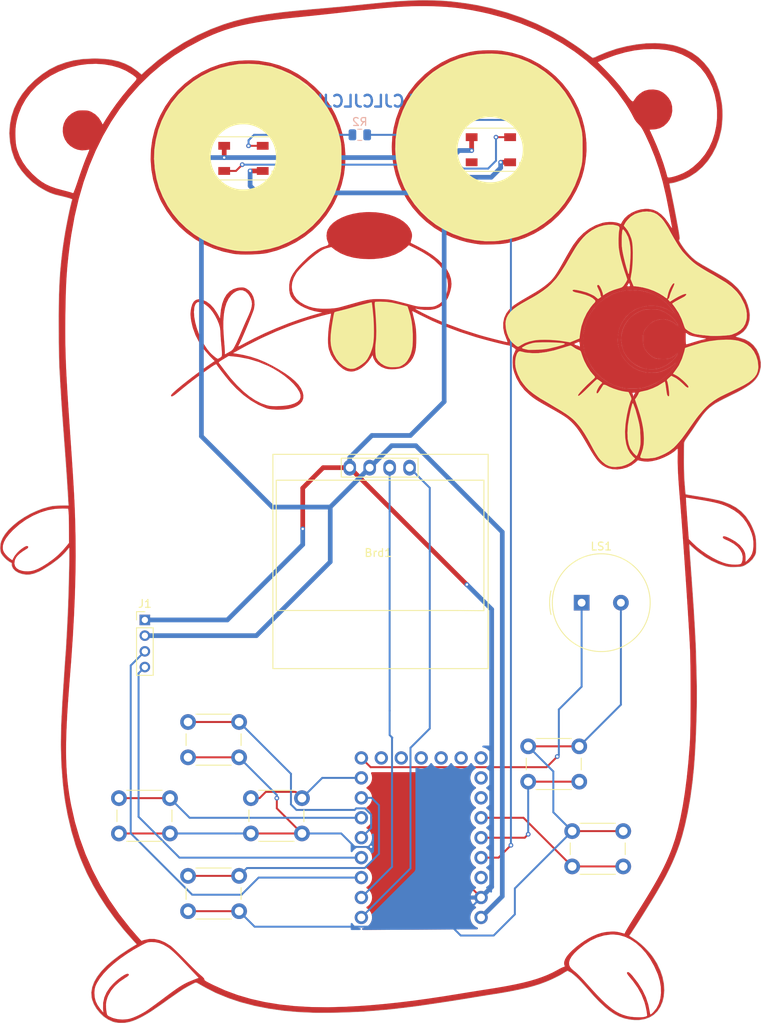
<source format=kicad_pcb>
(kicad_pcb (version 20240108) (generator "pcbnew") (generator_version "8.0")
  (layers (0 "F.Cu" signal) (31 "B.Cu" signal) (34 "B.Paste" user) (35 "F.Paste" user) (36 "B.SilkS" user "B.Silkscreen") (37 "F.SilkS" user "F.Silkscreen") (38 "B.Mask" user) (39 "F.Mask" user) (44 "Edge.Cuts" user))
  (net 0 "")
  (net 1 "GND")
  (net 2 "VCC")
  (net 3 "Net-(D1-DIN)")
  (net 4 "Net-(D1-DOUT)")
  (net 6 "/SDA")
  (net 7 "/SCL")
  (net 8 "/SDA1")
  (net 9 "/SCL1")
  (net 10 "Net-(U1-GP8)")
  (net 11 "/GP29")
  (net 12 "Net-(U1-GP4)")
  (net 13 "Net-(U1-GP5)")
  (net 14 "Net-(U1-GP6)")
  (net 15 "Net-(U1-GP7)")
  (net 16 "Net-(U1-GP28)")
  (net 17 "Net-(U1-GP27)")
  (footprint "LED_SMD:LED_WS2812B_PLCC4_5.0x5.0mm_P3.2mm" (layer "F.Cu") (at 96.05 58.7)
    (property "Reference" "D1" (hide yes))
    (property "Value" "WS2812B")
  )
  (footprint "LED_SMD:LED_WS2812B_PLCC4_5.0x5.0mm_P3.2mm" (layer "F.Cu") (at 127.55 57.6)
    (property "Reference" "D2" (hide yes))
    (property "Value" "WS2812B")
  )
  (footprint "rp2040-zero:my-rp2040-zero" (layer "F.Cu") (at 118.68 145.24 180)
    (property "Reference" "U1" (hide yes))
    (property "Value" "~" (hide yes))
  )
  (footprint "XIAO:128x64OLED" (layer "F.Cu") (at 113.2 108.7)
    (property "Reference" "Brd1")
    (property "Value" "SSD1306")
  )
  (footprint "Button_Switch_THT:SW_PUSH_6mm_H4.3mm" (layer "F.Cu") (at 132.3 133.6)
    (property "Reference" "SW5" (hide yes))
    (property "Value" "SW_Push")
  )
  (footprint "Button_Switch_THT:SW_PUSH_6mm_H4.3mm" (layer "F.Cu") (at 80.2 140.2)
    (property "Reference" "SW2" (hide yes))
    (property "Value" "SW_Push")
  )
  (footprint "gopher:gopher_flower" (layer "F.Cu") (at 113.435 105.26)
    (property "Reference" "G***" (hide yes))
    (property "Value" "LOGO" (hide yes))
    (fp_line (start -48.35 3.09) (end -48.34 2.87) (stroke (width 0.05)) (layer "Edge.Cuts"))
    (fp_line (start -48.34 2.87) (end -48.32 2.55) (stroke (width 0.05)) (layer "Edge.Cuts"))
    (fp_line (start -48.33 3.42) (end -48.35 3.09) (stroke (width 0.05)) (layer "Edge.Cuts"))
    (fp_line (start -48.32 2.55) (end -48.24 2.24) (stroke (width 0.05)) (layer "Edge.Cuts"))
    (fp_line (start -48.28 3.65) (end -48.33 3.42) (stroke (width 0.05)) (layer "Edge.Cuts"))
    (fp_line (start -48.24 2.24) (end -48.05 1.79) (stroke (width 0.05)) (layer "Edge.Cuts"))
    (fp_line (start -48.23 3.77) (end -48.28 3.65) (stroke (width 0.05)) (layer "Edge.Cuts"))
    (fp_line (start -48.06 4.03) (end -48.23 3.77) (stroke (width 0.05)) (layer "Edge.Cuts"))
    (fp_line (start -48.05 1.79) (end -47.75 1.31) (stroke (width 0.05)) (layer "Edge.Cuts"))
    (fp_line (start -47.82 4.31) (end -48.06 4.03) (stroke (width 0.05)) (layer "Edge.Cuts"))
    (fp_line (start -47.75 1.31) (end -47.37 0.84) (stroke (width 0.05)) (layer "Edge.Cuts"))
    (fp_line (start -47.57 4.56) (end -47.82 4.31) (stroke (width 0.05)) (layer "Edge.Cuts"))
    (fp_line (start -47.37 0.84) (end -47.24 0.69) (stroke (width 0.05)) (layer "Edge.Cuts"))
    (fp_line (start -47.32 4.75) (end -47.57 4.56) (stroke (width 0.05)) (layer "Edge.Cuts"))
    (fp_line (start -47.24 0.69) (end -46.8 0.28) (stroke (width 0.05)) (layer "Edge.Cuts"))
    (fp_line (start -47.21 -49.76) (end -47.13 -50.83) (stroke (width 0.05)) (layer "Edge.Cuts"))
    (fp_line (start -47.13 -50.83) (end -46.94 -51.88) (stroke (width 0.05)) (layer "Edge.Cuts"))
    (fp_line (start -47.13 4.88) (end -47.32 4.75) (stroke (width 0.05)) (layer "Edge.Cuts"))
    (fp_line (start -47.12 -48.65) (end -47.21 -49.76) (stroke (width 0.05)) (layer "Edge.Cuts"))
    (fp_line (start -46.94 -51.88) (end -46.61 -52.89) (stroke (width 0.05)) (layer "Edge.Cuts"))
    (fp_line (start -46.91 -47.58) (end -47.12 -48.65) (stroke (width 0.05)) (layer "Edge.Cuts"))
    (fp_line (start -46.9 4.99) (end -47.13 4.88) (stroke (width 0.05)) (layer "Edge.Cuts"))
    (fp_line (start -46.88 5.34) (end -46.9 4.99) (stroke (width 0.05)) (layer "Edge.Cuts"))
    (fp_line (start -46.86 -47.43) (end -46.91 -47.58) (stroke (width 0.05)) (layer "Edge.Cuts"))
    (fp_line (start -46.8 0.28) (end -46.66 0.15) (stroke (width 0.05)) (layer "Edge.Cuts"))
    (fp_line (start -46.73 5.69) (end -46.88 5.34) (stroke (width 0.05)) (layer "Edge.Cuts"))
    (fp_line (start -46.66 0.15) (end -46.42 -0.05) (stroke (width 0.05)) (layer "Edge.Cuts"))
    (fp_line (start -46.61 -52.89) (end -46.1 -53.93) (stroke (width 0.05)) (layer "Edge.Cuts"))
    (fp_line (start -46.57 -46.55) (end -46.86 -47.43) (stroke (width 0.05)) (layer "Edge.Cuts"))
    (fp_line (start -46.44 6) (end -46.73 5.69) (stroke (width 0.05)) (layer "Edge.Cuts"))
    (fp_line (start -46.42 -0.05) (end -46 -0.39) (stroke (width 0.05)) (layer "Edge.Cuts"))
    (fp_line (start -46.17 -45.76) (end -46.57 -46.55) (stroke (width 0.05)) (layer "Edge.Cuts"))
    (fp_line (start -46.1 -53.93) (end -45.56 -54.78) (stroke (width 0.05)) (layer "Edge.Cuts"))
    (fp_line (start -46.04 6.24) (end -46.44 6) (stroke (width 0.05)) (layer "Edge.Cuts"))
    (fp_line (start -46 -0.39) (end -45.62 -0.64) (stroke (width 0.05)) (layer "Edge.Cuts"))
    (fp_line (start -45.64 -44.97) (end -46.17 -45.76) (stroke (width 0.05)) (layer "Edge.Cuts"))
    (fp_line (start -45.62 -0.64) (end -45.25 -0.88) (stroke (width 0.05)) (layer "Edge.Cuts"))
    (fp_line (start -45.56 -54.78) (end -44.99 -55.48) (stroke (width 0.05)) (layer "Edge.Cuts"))
    (fp_line (start -45.52 6.41) (end -46.04 6.24) (stroke (width 0.05)) (layer "Edge.Cuts"))
    (fp_line (start -45.25 -0.88) (end -44.91 -1.07) (stroke (width 0.05)) (layer "Edge.Cuts"))
    (fp_line (start -45.02 -44.25) (end -45.64 -44.97) (stroke (width 0.05)) (layer "Edge.Cuts"))
    (fp_line (start -44.99 -55.48) (end -44.88 -55.63) (stroke (width 0.05)) (layer "Edge.Cuts"))
    (fp_line (start -44.99 6.48) (end -45.52 6.41) (stroke (width 0.05)) (layer "Edge.Cuts"))
    (fp_line (start -44.91 -1.07) (end -44.48 -1.32) (stroke (width 0.05)) (layer "Edge.Cuts"))
    (fp_line (start -44.88 -55.63) (end -44.28 -56.23) (stroke (width 0.05)) (layer "Edge.Cuts"))
    (fp_line (start -44.54 6.46) (end -44.99 6.48) (stroke (width 0.05)) (layer "Edge.Cuts"))
    (fp_line (start -44.48 -1.32) (end -43.72 -1.66) (stroke (width 0.05)) (layer "Edge.Cuts"))
    (fp_line (start -44.29 -43.55) (end -45.02 -44.25) (stroke (width 0.05)) (layer "Edge.Cuts"))
    (fp_line (start -44.28 -56.23) (end -43.97 -56.53) (stroke (width 0.05)) (layer "Edge.Cuts"))
    (fp_line (start -44 6.33) (end -44.54 6.46) (stroke (width 0.05)) (layer "Edge.Cuts"))
    (fp_line (start -43.97 -56.53) (end -43.58 -56.85) (stroke (width 0.05)) (layer "Edge.Cuts"))
    (fp_line (start -43.85 -43.23) (end -44.29 -43.55) (stroke (width 0.05)) (layer "Edge.Cuts"))
    (fp_line (start -43.72 -1.66) (end -42.96 -1.96) (stroke (width 0.05)) (layer "Edge.Cuts"))
    (fp_line (start -43.58 -56.85) (end -42.99 -57.32) (stroke (width 0.05)) (layer "Edge.Cuts"))
    (fp_line (start -43.43 -42.92) (end -43.85 -43.23) (stroke (width 0.05)) (layer "Edge.Cuts"))
    (fp_line (start -43.33 6.06) (end -44 6.33) (stroke (width 0.05)) (layer "Edge.Cuts"))
    (fp_line (start -42.99 -57.32) (end -42.07 -57.92) (stroke (width 0.05)) (layer "Edge.Cuts"))
    (fp_line (start -42.97 -42.65) (end -43.43 -42.92) (stroke (width 0.05)) (layer "Edge.Cuts"))
    (fp_line (start -42.96 -1.96) (end -42.14 -2.19) (stroke (width 0.05)) (layer "Edge.Cuts"))
    (fp_line (start -42.94 5.85) (end -43.33 6.06) (stroke (width 0.05)) (layer "Edge.Cuts"))
    (fp_line (start -42.5 -42.39) (end -42.97 -42.65) (stroke (width 0.05)) (layer "Edge.Cuts"))
    (fp_line (start -42.14 -2.19) (end -41.66 -2.29) (stroke (width 0.05)) (layer "Edge.Cuts"))
    (fp_line (start -42.07 -57.92) (end -41.07 -58.42) (stroke (width 0.05)) (layer "Edge.Cuts"))
    (fp_line (start -42.06 -42.18) (end -42.5 -42.39) (stroke (width 0.05)) (layer "Edge.Cuts"))
    (fp_line (start -41.84 5.15) (end -42.94 5.85) (stroke (width 0.05)) (layer "Edge.Cuts"))
    (fp_line (start -41.66 -2.29) (end -40.74 -2.35) (stroke (width 0.05)) (layer "Edge.Cuts"))
    (fp_line (start -41.65 -42.03) (end -42.06 -42.18) (stroke (width 0.05)) (layer "Edge.Cuts"))
    (fp_line (start -41.36 -41.93) (end -41.65 -42.03) (stroke (width 0.05)) (layer "Edge.Cuts"))
    (fp_line (start -41.07 -58.42) (end -40.03 -58.79) (stroke (width 0.05)) (layer "Edge.Cuts"))
    (fp_line (start -40.99 4.52) (end -41.84 5.15) (stroke (width 0.05)) (layer "Edge.Cuts"))
    (fp_line (start -40.92 -26.48) (end -40.91 -27.64) (stroke (width 0.05)) (layer "Edge.Cuts"))
    (fp_line (start -40.91 -27.64) (end -40.88 -29.23) (stroke (width 0.05)) (layer "Edge.Cuts"))
    (fp_line (start -40.91 -24.22) (end -40.92 -26.48) (stroke (width 0.05)) (layer "Edge.Cuts"))
    (fp_line (start -40.91 -23.18) (end -40.91 -24.22) (stroke (width 0.05)) (layer "Edge.Cuts"))
    (fp_line (start -40.88 -29.23) (end -40.83 -30.39) (stroke (width 0.05)) (layer "Edge.Cuts"))
    (fp_line (start -40.87 -21.29) (end -40.91 -23.18) (stroke (width 0.05)) (layer "Edge.Cuts"))
    (fp_line (start -40.85 -41.81) (end -41.36 -41.93) (stroke (width 0.05)) (layer "Edge.Cuts"))
    (fp_line (start -40.84 -20.03) (end -40.87 -21.29) (stroke (width 0.05)) (layer "Edge.Cuts"))
    (fp_line (start -40.83 -30.39) (end -40.81 -30.99) (stroke (width 0.05)) (layer "Edge.Cuts"))
    (fp_line (start -40.81 -30.99) (end -40.73 -32.09) (stroke (width 0.05)) (layer "Edge.Cuts"))
    (fp_line (start -40.77 -18.87) (end -40.84 -20.03) (stroke (width 0.05)) (layer "Edge.Cuts"))
    (fp_line (start -40.74 -2.35) (end -40.11 -2.36) (stroke (width 0.05)) (layer "Edge.Cuts"))
    (fp_line (start -40.73 -32.09) (end -40.65 -32.98) (stroke (width 0.05)) (layer "Edge.Cuts"))
    (fp_line (start -40.65 -32.98) (end -40.57 -33.71) (stroke (width 0.05)) (layer "Edge.Cuts"))
    (fp_line (start -40.65 28.12) (end -40.63 27) (stroke (width 0.05)) (layer "Edge.Cuts"))
    (fp_line (start -40.63 27) (end -40.61 26.07) (stroke (width 0.05)) (layer "Edge.Cuts"))
    (fp_line (start -40.63 28.87) (end -40.65 28.12) (stroke (width 0.05)) (layer "Edge.Cuts"))
    (fp_line (start -40.61 26.07) (end -40.57 24.99) (stroke (width 0.05)) (layer "Edge.Cuts"))
    (fp_line (start -40.57 -33.71) (end -40.5 -34.39) (stroke (width 0.05)) (layer "Edge.Cuts"))
    (fp_line (start -40.57 24.99) (end -40.52 24.01) (stroke (width 0.05)) (layer "Edge.Cuts"))
    (fp_line (start -40.57 30.7) (end -40.63 28.87) (stroke (width 0.05)) (layer "Edge.Cuts"))
    (fp_line (start -40.55 4.14) (end -40.99 4.52) (stroke (width 0.05)) (layer "Edge.Cuts"))
    (fp_line (start -40.54 31.15) (end -40.57 30.7) (stroke (width 0.05)) (layer "Edge.Cuts"))
    (fp_line (start -40.53 -14.81) (end -40.77 -18.87) (stroke (width 0.05)) (layer "Edge.Cuts"))
    (fp_line (start -40.52 24.01) (end -40.45 22.59) (stroke (width 0.05)) (layer "Edge.Cuts"))
    (fp_line (start -40.5 -34.39) (end -40.41 -35.1) (stroke (width 0.05)) (layer "Edge.Cuts"))
    (fp_line (start -40.48 31.89) (end -40.54 31.15) (stroke (width 0.05)) (layer "Edge.Cuts"))
    (fp_line (start -40.45 22.59) (end -40.34 21) (stroke (width 0.05)) (layer "Edge.Cuts"))
    (fp_line (start -40.41 -35.1) (end -40.28 -35.96) (stroke (width 0.05)) (layer "Edge.Cuts"))
    (fp_line (start -40.37 33.27) (end -40.48 31.89) (stroke (width 0.05)) (layer "Edge.Cuts"))
    (fp_line (start -40.34 21) (end -40.16 18.08) (stroke (width 0.05)) (layer "Edge.Cuts"))
    (fp_line (start -40.28 -35.96) (end -40.1 -37.11) (stroke (width 0.05)) (layer "Edge.Cuts"))
    (fp_line (start -40.24 34.41) (end -40.37 33.27) (stroke (width 0.05)) (layer "Edge.Cuts"))
    (fp_line (start -40.23 -41.66) (end -40.85 -41.81) (stroke (width 0.05)) (layer "Edge.Cuts"))
    (fp_line (start -40.16 18.08) (end -39.99 15.88) (stroke (width 0.05)) (layer "Edge.Cuts"))
    (fp_line (start -40.14 3.73) (end -40.55 4.14) (stroke (width 0.05)) (layer "Edge.Cuts"))
    (fp_line (start -40.11 -2.36) (end -39.66 -2.36) (stroke (width 0.05)) (layer "Edge.Cuts"))
    (fp_line (start -40.1 -37.11) (end -39.94 -37.99) (stroke (width 0.05)) (layer "Edge.Cuts"))
    (fp_line (start -40.07 35.57) (end -40.24 34.41) (stroke (width 0.05)) (layer "Edge.Cuts"))
    (fp_line (start -40.04 -8.19) (end -40.53 -14.81) (stroke (width 0.05)) (layer "Edge.Cuts"))
    (fp_line (start -40.03 -58.79) (end -39.01 -59.06) (stroke (width 0.05)) (layer "Edge.Cuts"))
    (fp_line (start -39.99 15.88) (end -39.87 13.63) (stroke (width 0.05)) (layer "Edge.Cuts"))
    (fp_line (start -39.95 -6.93) (end -40.04 -8.19) (stroke (width 0.05)) (layer "Edge.Cuts"))
    (fp_line (start -39.94 -37.99) (end -39.72 -39.1) (stroke (width 0.05)) (layer "Edge.Cuts"))
    (fp_line (start -39.87 13.63) (end -39.74 10.94) (stroke (width 0.05)) (layer "Edge.Cuts"))
    (fp_line (start -39.86 3.41) (end -40.14 3.73) (stroke (width 0.05)) (layer "Edge.Cuts"))
    (fp_line (start -39.82 -4.93) (end -39.95 -6.93) (stroke (width 0.05)) (layer "Edge.Cuts"))
    (fp_line (start -39.77 37.13) (end -40.07 35.57) (stroke (width 0.05)) (layer "Edge.Cuts"))
    (fp_line (start -39.75 -41.53) (end -40.23 -41.66) (stroke (width 0.05)) (layer "Edge.Cuts"))
    (fp_line (start -39.75 -3.86) (end -39.82 -4.93) (stroke (width 0.05)) (layer "Edge.Cuts"))
    (fp_line (start -39.74 10.94) (end -39.68 9.37) (stroke (width 0.05)) (layer "Edge.Cuts"))
    (fp_line (start -39.72 -39.1) (end -39.54 -39.95) (stroke (width 0.05)) (layer "Edge.Cuts"))
    (fp_line (start -39.69 -2.86) (end -39.75 -3.86) (stroke (width 0.05)) (layer "Edge.Cuts"))
    (fp_line (start -39.68 9.37) (end -39.64 7.78) (stroke (width 0.05)) (layer "Edge.Cuts"))
    (fp_line (start -39.66 -2.36) (end -39.69 -2.86) (stroke (width 0.05)) (layer "Edge.Cuts"))
    (fp_line (start -39.66 3.16) (end -39.86 3.41) (stroke (width 0.05)) (layer "Edge.Cuts"))
    (fp_line (start -39.64 7.78) (end -39.6 6.12) (stroke (width 0.05)) (layer "Edge.Cuts"))
    (fp_line (start -39.6 6.12) (end -39.57 4.79) (stroke (width 0.05)) (layer "Edge.Cuts"))
    (fp_line (start -39.57 3.07) (end -39.66 3.16) (stroke (width 0.05)) (layer "Edge.Cuts"))
    (fp_line (start -39.57 3.38) (end -39.57 3.07) (stroke (width 0.05)) (layer "Edge.Cuts"))
    (fp_line (start -39.57 4.79) (end -39.56 4.19) (stroke (width 0.05)) (layer "Edge.Cuts"))
    (fp_line (start -39.56 4.19) (end -39.57 3.38) (stroke (width 0.05)) (layer "Edge.Cuts"))
    (fp_line (start -39.54 -39.95) (end -39.41 -40.51) (stroke (width 0.05)) (layer "Edge.Cuts"))
    (fp_line (start -39.41 -41.43) (end -39.75 -41.53) (stroke (width 0.05)) (layer "Edge.Cuts"))
    (fp_line (start -39.41 -40.51) (end -39.28 -41.04) (stroke (width 0.05)) (layer "Edge.Cuts"))
    (fp_line (start -39.28 -41.04) (end -39.2 -41.34) (stroke (width 0.05)) (layer "Edge.Cuts"))
    (fp_line (start -39.26 39.29) (end -39.77 37.13) (stroke (width 0.05)) (layer "Edge.Cuts"))
    (fp_line (start -39.2 -41.34) (end -39.41 -41.43) (stroke (width 0.05)) (layer "Edge.Cuts"))
    (fp_line (start -39.01 -59.06) (end -37.84 -59.23) (stroke (width 0.05)) (layer "Edge.Cuts"))
    (fp_line (start -38.98 40.19) (end -39.26 39.29) (stroke (width 0.05)) (layer "Edge.Cuts"))
    (fp_line (start -38.78 40.89) (end -38.98 40.19) (stroke (width 0.05)) (layer "Edge.Cuts"))
    (fp_line (start -38.65 41.28) (end -38.78 40.89) (stroke (width 0.05)) (layer "Edge.Cuts"))
    (fp_line (start -38.23 42.41) (end -38.65 41.28) (stroke (width 0.05)) (layer "Edge.Cuts"))
    (fp_line (start -38.02 42.94) (end -38.23 42.41) (stroke (width 0.05)) (layer "Edge.Cuts"))
    (fp_line (start -37.84 -59.23) (end -36.29 -59.3) (stroke (width 0.05)) (layer "Edge.Cuts"))
    (fp_line (start -37.72 43.64) (end -38.02 42.94) (stroke (width 0.05)) (layer "Edge.Cuts"))
    (fp_line (start -37.37 44.43) (end -37.72 43.64) (stroke (width 0.05)) (layer "Edge.Cuts"))
    (fp_line (start -37.17 44.84) (end -37.37 44.43) (stroke (width 0.05)) (layer "Edge.Cuts"))
    (fp_line (start -36.76 45.61) (end -37.17 44.84) (stroke (width 0.05)) (layer "Edge.Cuts"))
    (fp_line (start -36.76 59.68) (end -36.65 59.02) (stroke (width 0.05)) (layer "Edge.Cuts"))
    (fp_line (start -36.73 60.3) (end -36.76 59.68) (stroke (width 0.05)) (layer "Edge.Cuts"))
    (fp_line (start -36.66 60.6) (end -36.73 60.3) (stroke (width 0.05)) (layer "Edge.Cuts"))
    (fp_line (start -36.65 59.02) (end -36.41 58.37) (stroke (width 0.05)) (layer "Edge.Cuts"))
    (fp_line (start -36.56 46.02) (end -36.76 45.61) (stroke (width 0.05)) (layer "Edge.Cuts"))
    (fp_line (start -36.44 61.19) (end -36.66 60.6) (stroke (width 0.05)) (layer "Edge.Cuts"))
    (fp_line (start -36.41 58.37) (end -36.27 58.11) (stroke (width 0.05)) (layer "Edge.Cuts"))
    (fp_line (start -36.29 -59.3) (end -35.1 -59.25) (stroke (width 0.05)) (layer "Edge.Cuts"))
    (fp_line (start -36.27 58.11) (end -36.07 57.77) (stroke (width 0.05)) (layer "Edge.Cuts"))
    (fp_line (start -36.21 46.63) (end -36.56 46.02) (stroke (width 0.05)) (layer "Edge.Cuts"))
    (fp_line (start -36.1 61.77) (end -36.44 61.19) (stroke (width 0.05)) (layer "Edge.Cuts"))
    (fp_line (start -36.07 57.77) (end -36.02 57.69) (stroke (width 0.05)) (layer "Edge.Cuts"))
    (fp_line (start -36.02 57.69) (end -35.73 57.3) (stroke (width 0.05)) (layer "Edge.Cuts"))
    (fp_line (start -35.76 47.38) (end -36.21 46.63) (stroke (width 0.05)) (layer "Edge.Cuts"))
    (fp_line (start -35.73 57.3) (end -35.53 57.04) (stroke (width 0.05)) (layer "Edge.Cuts"))
    (fp_line (start -35.68 62.29) (end -36.1 61.77) (stroke (width 0.05)) (layer "Edge.Cuts"))
    (fp_line (start -35.53 57.04) (end -35.35 56.84) (stroke (width 0.05)) (layer "Edge.Cuts"))
    (fp_line (start -35.35 48.02) (end -35.76 47.38) (stroke (width 0.05)) (layer "Edge.Cuts"))
    (fp_line (start -35.35 56.84) (end -34.98 56.45) (stroke (width 0.05)) (layer "Edge.Cuts"))
    (fp_line (start -35.18 62.78) (end -35.68 62.29) (stroke (width 0.05)) (layer "Edge.Cuts"))
    (fp_line (start -35.1 -59.25) (end -34.16 -59.14) (stroke (width 0.05)) (layer "Edge.Cuts"))
    (fp_line (start -34.98 56.45) (end -34.82 56.29) (stroke (width 0.05)) (layer "Edge.Cuts"))
    (fp_line (start -34.83 48.82) (end -35.35 48.02) (stroke (width 0.05)) (layer "Edge.Cuts"))
    (fp_line (start -34.82 56.29) (end -34.4 55.92) (stroke (width 0.05)) (layer "Edge.Cuts"))
    (fp_line (start -34.63 63.15) (end -35.18 62.78) (stroke (width 0.05)) (layer "Edge.Cuts"))
    (fp_line (start -34.4 55.92) (end -34.1 55.66) (stroke (width 0.05)) (layer "Edge.Cuts"))
    (fp_line (start -34.35 49.48) (end -34.83 48.82) (stroke (width 0.05)) (layer "Edge.Cuts"))
    (fp_line (start -34.16 -59.14) (end -33.26 -58.94) (stroke (width 0.05)) (layer "Edge.Cuts"))
    (fp_line (start -34.1 55.66) (end -33.7 55.35) (stroke (width 0.05)) (layer "Edge.Cuts"))
    (fp_line (start -34.04 63.42) (end -34.63 63.15) (stroke (width 0.05)) (layer "Edge.Cuts"))
    (fp_line (start -33.79 50.26) (end -34.35 49.48) (stroke (width 0.05)) (layer "Edge.Cuts"))
    (fp_line (start -33.76 63.5) (end -34.04 63.42) (stroke (width 0.05)) (layer "Edge.Cuts"))
    (fp_line (start -33.7 55.35) (end -33.31 55.05) (stroke (width 0.05)) (layer "Edge.Cuts"))
    (fp_line (start -33.52 50.61) (end -33.79 50.26) (stroke (width 0.05)) (layer "Edge.Cuts"))
    (fp_line (start -33.31 55.05) (end -33.07 54.87) (stroke (width 0.05)) (layer "Edge.Cuts"))
    (fp_line (start -33.26 -58.94) (end -32.43 -58.63) (stroke (width 0.05)) (layer "Edge.Cuts"))
    (fp_line (start -33.19 63.59) (end -33.76 63.5) (stroke (width 0.05)) (layer "Edge.Cuts"))
    (fp_line (start -33.07 54.87) (end -32.54 54.52) (stroke (width 0.05)) (layer "Edge.Cuts"))
    (fp_line (start -32.98 51.28) (end -33.52 50.61) (stroke (width 0.05)) (layer "Edge.Cuts"))
    (fp_line (start -32.69 51.65) (end -32.98 51.28) (stroke (width 0.05)) (layer "Edge.Cuts"))
    (fp_line (start -32.56 63.58) (end -33.19 63.59) (stroke (width 0.05)) (layer "Edge.Cuts"))
    (fp_line (start -32.54 54.52) (end -32.12 54.24) (stroke (width 0.05)) (layer "Edge.Cuts"))
    (fp_line (start -32.43 -58.63) (end -31.69 -58.26) (stroke (width 0.05)) (layer "Edge.Cuts"))
    (fp_line (start -32.29 52.11) (end -32.69 51.65) (stroke (width 0.05)) (layer "Edge.Cuts"))
    (fp_line (start -32.12 54.24) (end -31.64 53.94) (stroke (width 0.05)) (layer "Edge.Cuts"))
    (fp_line (start -31.93 63.47) (end -32.56 63.58) (stroke (width 0.05)) (layer "Edge.Cuts"))
    (fp_line (start -31.69 -58.26) (end -31.24 -57.95) (stroke (width 0.05)) (layer "Edge.Cuts"))
    (fp_line (start -31.64 53.94) (end -31.26 53.71) (stroke (width 0.05)) (layer "Edge.Cuts"))
    (fp_line (start -31.56 52.94) (end -32.29 52.11) (stroke (width 0.05)) (layer "Edge.Cuts"))
    (fp_line (start -31.55 63.36) (end -31.93 63.47) (stroke (width 0.05)) (layer "Edge.Cuts"))
    (fp_line (start -31.27 53.26) (end -31.56 52.94) (stroke (width 0.05)) (layer "Edge.Cuts"))
    (fp_line (start -31.26 53.71) (end -31 53.56) (stroke (width 0.05)) (layer "Edge.Cuts"))
    (fp_line (start -31.24 -57.95) (end -30.88 -57.7) (stroke (width 0.05)) (layer "Edge.Cuts"))
    (fp_line (start -31.14 53.4) (end -31.27 53.26) (stroke (width 0.05)) (layer "Edge.Cuts"))
    (fp_line (start -31.08 63.18) (end -31.55 63.36) (stroke (width 0.05)) (layer "Edge.Cuts"))
    (fp_line (start -31 53.56) (end -31.14 53.4) (stroke (width 0.05)) (layer "Edge.Cuts"))
    (fp_line (start -30.88 -57.7) (end -30.61 -57.47) (stroke (width 0.05)) (layer "Edge.Cuts"))
    (fp_line (start -30.61 -57.47) (end -30.4 -57.3) (stroke (width 0.05)) (layer "Edge.Cuts"))
    (fp_line (start -30.4 -57.3) (end -30.35 -57.25) (stroke (width 0.05)) (layer "Edge.Cuts"))
    (fp_line (start -30.36 62.84) (end -31.08 63.18) (stroke (width 0.05)) (layer "Edge.Cuts"))
    (fp_line (start -30.35 -57.25) (end -30.09 -57.51) (stroke (width 0.05)) (layer "Edge.Cuts"))
    (fp_line (start -30.09 -57.51) (end -29.9 -57.68) (stroke (width 0.05)) (layer "Edge.Cuts"))
    (fp_line (start -29.9 -57.68) (end -29.52 -58.02) (stroke (width 0.05)) (layer "Edge.Cuts"))
    (fp_line (start -29.71 62.47) (end -30.36 62.84) (stroke (width 0.05)) (layer "Edge.Cuts"))
    (fp_line (start -29.52 -58.02) (end -29.12 -58.35) (stroke (width 0.05)) (layer "Edge.Cuts"))
    (fp_line (start -29.13 62.12) (end -29.71 62.47) (stroke (width 0.05)) (layer "Edge.Cuts"))
    (fp_line (start -29.12 -58.35) (end -28.32 -59.04) (stroke (width 0.05)) (layer "Edge.Cuts"))
    (fp_line (start -28.55 61.72) (end -29.13 62.12) (stroke (width 0.05)) (layer "Edge.Cuts"))
    (fp_line (start -28.32 -59.04) (end -27.5 -59.65) (stroke (width 0.05)) (layer "Edge.Cuts"))
    (fp_line (start -27.98 61.33) (end -28.55 61.72) (stroke (width 0.05)) (layer "Edge.Cuts"))
    (fp_line (start -27.55 61.03) (end -27.98 61.33) (stroke (width 0.05)) (layer "Edge.Cuts"))
    (fp_line (start -27.5 -59.65) (end -26.6 -60.3) (stroke (width 0.05)) (layer "Edge.Cuts"))
    (fp_line (start -26.83 60.51) (end -27.55 61.03) (stroke (width 0.05)) (layer "Edge.Cuts"))
    (fp_line (start -26.6 -60.3) (end -24.95 -61.35) (stroke (width 0.05)) (layer "Edge.Cuts"))
    (fp_line (start -26.25 60.11) (end -26.83 60.51) (stroke (width 0.05)) (layer "Edge.Cuts"))
    (fp_line (start -25.68 59.71) (end -26.25 60.11) (stroke (width 0.05)) (layer "Edge.Cuts"))
    (fp_line (start -25.05 59.29) (end -25.68 59.71) (stroke (width 0.05)) (layer "Edge.Cuts"))
    (fp_line (start -24.95 -61.35) (end -23.77 -61.98) (stroke (width 0.05)) (layer "Edge.Cuts"))
    (fp_line (start -24.45 58.94) (end -25.05 59.29) (stroke (width 0.05)) (layer "Edge.Cuts"))
    (fp_line (start -23.84 58.62) (end -24.45 58.94) (stroke (width 0.05)) (layer "Edge.Cuts"))
    (fp_line (start -23.77 -61.98) (end -23.19 -62.29) (stroke (width 0.05)) (layer "Edge.Cuts"))
    (fp_line (start -23.54 58.47) (end -23.84 58.62) (stroke (width 0.05)) (layer "Edge.Cuts"))
    (fp_line (start -23.42 58.44) (end -23.54 58.47) (stroke (width 0.05)) (layer "Edge.Cuts"))
    (fp_line (start -23.23 58.52) (end -23.42 58.44) (stroke (width 0.05)) (layer "Edge.Cuts"))
    (fp_line (start -23.19 -62.29) (end -22.59 -62.56) (stroke (width 0.05)) (layer "Edge.Cuts"))
    (fp_line (start -23.12 58.58) (end -23.23 58.52) (stroke (width 0.05)) (layer "Edge.Cuts"))
    (fp_line (start -22.78 58.78) (end -23.12 58.58) (stroke (width 0.05)) (layer "Edge.Cuts"))
    (fp_line (start -22.59 -62.56) (end -21.53 -63.04) (stroke (width 0.05)) (layer "Edge.Cuts"))
    (fp_line (start -22.04 59.19) (end -22.78 58.78) (stroke (width 0.05)) (layer "Edge.Cuts"))
    (fp_line (start -21.53 -63.04) (end -20.02 -63.61) (stroke (width 0.05)) (layer "Edge.Cuts"))
    (fp_line (start -20.95 59.75) (end -22.04 59.19) (stroke (width 0.05)) (layer "Edge.Cuts"))
    (fp_line (start -20.49 59.94) (end -20.95 59.75) (stroke (width 0.05)) (layer "Edge.Cuts"))
    (fp_line (start -20.02 -63.61) (end -18.58 -64.06) (stroke (width 0.05)) (layer "Edge.Cuts"))
    (fp_line (start -19.18 60.47) (end -20.49 59.94) (stroke (width 0.05)) (layer "Edge.Cuts"))
    (fp_line (start -18.58 -64.06) (end -17.19 -64.42) (stroke (width 0.05)) (layer "Edge.Cuts"))
    (fp_line (start -17.8 60.93) (end -19.18 60.47) (stroke (width 0.05)) (layer "Edge.Cuts"))
    (fp_line (start -17.19 -64.42) (end -15.93 -64.68) (stroke (width 0.05)) (layer "Edge.Cuts"))
    (fp_line (start -15.93 -64.68) (end -14.33 -64.94) (stroke (width 0.05)) (layer "Edge.Cuts"))
    (fp_line (start -15.93 61.42) (end -17.8 60.93) (stroke (width 0.05)) (layer "Edge.Cuts"))
    (fp_line (start -14.33 -64.94) (end -13.01 -65.12) (stroke (width 0.05)) (layer "Edge.Cuts"))
    (fp_line (start -14.13 61.77) (end -15.93 61.42) (stroke (width 0.05)) (layer "Edge.Cuts"))
    (fp_line (start -13.51 61.86) (end -14.13 61.77) (stroke (width 0.05)) (layer "Edge.Cuts"))
    (fp_line (start -13.01 -65.12) (end -12.15 -65.23) (stroke (width 0.05)) (layer "Edge.Cuts"))
    (fp_line (start -12.41 62.02) (end -13.51 61.86) (stroke (width 0.05)) (layer "Edge.Cuts"))
    (fp_line (start -12.15 -65.23) (end -10.21 -65.43) (stroke (width 0.05)) (layer "Edge.Cuts"))
    (fp_line (start -12.03 62.06) (end -12.41 62.02) (stroke (width 0.05)) (layer "Edge.Cuts"))
    (fp_line (start -10.31 62.21) (end -12.03 62.06) (stroke (width 0.05)) (layer "Edge.Cuts"))
    (fp_line (start -10.21 -65.43) (end -8.58 -65.58) (stroke (width 0.05)) (layer "Edge.Cuts"))
    (fp_line (start -9.75 62.23) (end -10.31 62.21) (stroke (width 0.05)) (layer "Edge.Cuts"))
    (fp_line (start -8.58 -65.58) (end -7.85 -65.64) (stroke (width 0.05)) (layer "Edge.Cuts"))
    (fp_line (start -8.15 62.3) (end -9.75 62.23) (stroke (width 0.05)) (layer "Edge.Cuts"))
    (fp_line (start -7.85 -65.64) (end -6.08 -65.8) (stroke (width 0.05)) (layer "Edge.Cuts"))
    (fp_line (start -7.62 62.3) (end -8.15 62.3) (stroke (width 0.05)) (layer "Edge.Cuts"))
    (fp_line (start -6.35 62.29) (end -7.62 62.3) (stroke (width 0.05)) (layer "Edge.Cuts"))
    (fp_line (start -6.08 -65.8) (end -4.41 -65.95) (stroke (width 0.05)) (layer "Edge.Cuts"))
    (fp_line (start -4.41 -65.95) (end -1.77 -66.22) (stroke (width 0.05)) (layer "Edge.Cuts"))
    (fp_line (start -3.99 62.23) (end -6.35 62.29) (stroke (width 0.05)) (layer "Edge.Cuts"))
    (fp_line (start -2.18 62.15) (end -3.99 62.23) (stroke (width 0.05)) (layer "Edge.Cuts"))
    (fp_line (start -1.77 -66.22) (end 0.15 -66.41) (stroke (width 0.05)) (layer "Edge.Cuts"))
    (fp_line (start -1.44 62.09) (end -2.18 62.15) (stroke (width 0.05)) (layer "Edge.Cuts"))
    (fp_line (start -0.4 62.01) (end -1.44 62.09) (stroke (width 0.05)) (layer "Edge.Cuts"))
    (fp_line (start 0.15 -66.41) (end 2.02 -66.58) (stroke (width 0.05)) (layer "Edge.Cuts"))
    (fp_line (start 0.77 61.91) (end -0.4 62.01) (stroke (width 0.05)) (layer "Edge.Cuts"))
    (fp_line (start 1.52 61.84) (end 0.77 61.91) (stroke (width 0.05)) (layer "Edge.Cuts"))
    (fp_line (start 2.02 -66.58) (end 3.92 -66.68) (stroke (width 0.05)) (layer "Edge.Cuts"))
    (fp_line (start 2.42 61.73) (end 1.52 61.84) (stroke (width 0.05)) (layer "Edge.Cuts"))
    (fp_line (start 3.75 61.57) (end 2.42 61.73) (stroke (width 0.05)) (layer "Edge.Cuts"))
    (fp_line (start 3.92 -66.68) (end 4.87 -66.71) (stroke (width 0.05)) (layer "Edge.Cuts"))
    (fp_line (start 4.72 61.45) (end 3.75 61.57) (stroke (width 0.05)) (layer "Edge.Cuts"))
    (fp_line (start 4.87 -66.71) (end 5.96 -66.71) (stroke (width 0.05)) (layer "Edge.Cuts"))
    (fp_line (start 5.96 -66.71) (end 6.94 -66.7) (stroke (width 0.05)) (layer "Edge.Cuts"))
    (fp_line (start 6.68 61.16) (end 4.72 61.45) (stroke (width 0.05)) (layer "Edge.Cuts"))
    (fp_line (start 6.94 -66.7) (end 8.06 -66.65) (stroke (width 0.05)) (layer "Edge.Cuts"))
    (fp_line (start 8.06 -66.65) (end 9.14 -66.56) (stroke (width 0.05)) (layer "Edge.Cuts"))
    (fp_line (start 8.16 60.94) (end 6.68 61.16) (stroke (width 0.05)) (layer "Edge.Cuts"))
    (fp_line (start 9.14 -66.56) (end 11.01 -66.32) (stroke (width 0.05)) (layer "Edge.Cuts"))
    (fp_line (start 9.2 60.78) (end 8.16 60.94) (stroke (width 0.05)) (layer "Edge.Cuts"))
    (fp_line (start 10.53 60.57) (end 9.2 60.78) (stroke (width 0.05)) (layer "Edge.Cuts"))
    (fp_line (start 11.01 -66.32) (end 12.39 -66.09) (stroke (width 0.05)) (layer "Edge.Cuts"))
    (fp_line (start 12.39 -66.09) (end 14.04 -65.73) (stroke (width 0.05)) (layer "Edge.Cuts"))
    (fp_line (start 12.45 60.25) (end 10.53 60.57) (stroke (width 0.05)) (layer "Edge.Cuts"))
    (fp_line (start 13.92 60.01) (end 12.45 60.25) (stroke (width 0.05)) (layer "Edge.Cuts"))
    (fp_line (start 14.04 -65.73) (end 15.54 -65.33) (stroke (width 0.05)) (layer "Edge.Cuts"))
    (fp_line (start 14.99 59.85) (end 13.92 60.01) (stroke (width 0.05)) (layer "Edge.Cuts"))
    (fp_line (start 15.54 -65.33) (end 16.25 -65.13) (stroke (width 0.05)) (layer "Edge.Cuts"))
    (fp_line (start 16.25 -65.13) (end 18.13 -64.48) (stroke (width 0.05)) (layer "Edge.Cuts"))
    (fp_line (start 16.41 59.6) (end 14.99 59.85) (stroke (width 0.05)) (layer "Edge.Cuts"))
    (fp_line (start 17.64 59.35) (end 16.41 59.6) (stroke (width 0.05)) (layer "Edge.Cuts"))
    (fp_line (start 18.13 -64.48) (end 19.97 -63.72) (stroke (width 0.05)) (layer "Edge.Cuts"))
    (fp_line (start 18.72 59.11) (end 17.64 59.35) (stroke (width 0.05)) (layer "Edge.Cuts"))
    (fp_line (start 19.4 58.93) (end 18.72 59.11) (stroke (width 0.05)) (layer "Edge.Cuts"))
    (fp_line (start 19.97 -63.72) (end 22.02 -62.71) (stroke (width 0.05)) (layer "Edge.Cuts"))
    (fp_line (start 20.3 58.66) (end 19.4 58.93) (stroke (width 0.05)) (layer "Edge.Cuts"))
    (fp_line (start 21.25 58.3) (end 20.3 58.66) (stroke (width 0.05)) (layer "Edge.Cuts"))
    (fp_line (start 21.83 58.05) (end 21.25 58.3) (stroke (width 0.05)) (layer "Edge.Cuts"))
    (fp_line (start 22.02 -62.71) (end 23.41 -61.94) (stroke (width 0.05)) (layer "Edge.Cuts"))
    (fp_line (start 22.49 57.73) (end 21.83 58.05) (stroke (width 0.05)) (layer "Edge.Cuts"))
    (fp_line (start 22.94 57.5) (end 22.49 57.73) (stroke (width 0.05)) (layer "Edge.Cuts"))
    (fp_line (start 23.26 57.31) (end 22.94 57.5) (stroke (width 0.05)) (layer "Edge.Cuts"))
    (fp_line (start 23.41 -61.94) (end 24.53 -61.21) (stroke (width 0.05)) (layer "Edge.Cuts"))
    (fp_line (start 23.62 57.08) (end 23.26 57.31) (stroke (width 0.05)) (layer "Edge.Cuts"))
    (fp_line (start 23.88 56.95) (end 23.62 57.08) (stroke (width 0.05)) (layer "Edge.Cuts"))
    (fp_line (start 24.36 57.21) (end 23.88 56.95) (stroke (width 0.05)) (layer "Edge.Cuts"))
    (fp_line (start 24.53 -61.21) (end 25.47 -60.57) (stroke (width 0.05)) (layer "Edge.Cuts"))
    (fp_line (start 24.6 57.41) (end 24.36 57.21) (stroke (width 0.05)) (layer "Edge.Cuts"))
    (fp_line (start 24.95 57.71) (end 24.6 57.41) (stroke (width 0.05)) (layer "Edge.Cuts"))
    (fp_line (start 25.26 58) (end 24.95 57.71) (stroke (width 0.05)) (layer "Edge.Cuts"))
    (fp_line (start 25.47 -60.57) (end 26.12 -60.08) (stroke (width 0.05)) (layer "Edge.Cuts"))
    (fp_line (start 25.58 58.33) (end 25.26 58) (stroke (width 0.05)) (layer "Edge.Cuts"))
    (fp_line (start 25.99 58.78) (end 25.58 58.33) (stroke (width 0.05)) (layer "Edge.Cuts"))
    (fp_line (start 26.12 -60.08) (end 26.48 -59.81) (stroke (width 0.05)) (layer "Edge.Cuts"))
    (fp_line (start 26.48 -59.81) (end 26.92 -59.49) (stroke (width 0.05)) (layer "Edge.Cuts"))
    (fp_line (start 26.56 59.42) (end 25.99 58.78) (stroke (width 0.05)) (layer "Edge.Cuts"))
    (fp_line (start 26.92 -59.49) (end 27 -59.43) (stroke (width 0.05)) (layer "Edge.Cuts"))
    (fp_line (start 27 -59.43) (end 27.05 -59.4) (stroke (width 0.05)) (layer "Edge.Cuts"))
    (fp_line (start 27.05 -59.4) (end 27.15 -59.4) (stroke (width 0.05)) (layer "Edge.Cuts"))
    (fp_line (start 27.15 -59.4) (end 27.34 -59.45) (stroke (width 0.05)) (layer "Edge.Cuts"))
    (fp_line (start 27.17 60.12) (end 26.56 59.42) (stroke (width 0.05)) (layer "Edge.Cuts"))
    (fp_line (start 27.34 -59.45) (end 27.88 -59.71) (stroke (width 0.05)) (layer "Edge.Cuts"))
    (fp_line (start 27.87 60.85) (end 27.17 60.12) (stroke (width 0.05)) (layer "Edge.Cuts"))
    (fp_line (start 27.88 -59.71) (end 28.71 -60.05) (stroke (width 0.05)) (layer "Edge.Cuts"))
    (fp_line (start 28.68 61.61) (end 27.87 60.85) (stroke (width 0.05)) (layer "Edge.Cuts"))
    (fp_line (start 28.71 -60.05) (end 29.09 -60.19) (stroke (width 0.05)) (layer "Edge.Cuts"))
    (fp_line (start 29.09 -60.19) (end 30.17 -60.56) (stroke (width 0.05)) (layer "Edge.Cuts"))
    (fp_line (start 29.2 62.03) (end 28.68 61.61) (stroke (width 0.05)) (layer "Edge.Cuts"))
    (fp_line (start 29.82 62.45) (end 29.2 62.03) (stroke (width 0.05)) (layer "Edge.Cuts"))
    (fp_line (start 30.17 -60.56) (end 31.43 -60.87) (stroke (width 0.05)) (layer "Edge.Cuts"))
    (fp_line (start 30.43 62.77) (end 29.82 62.45) (stroke (width 0.05)) (layer "Edge.Cuts"))
    (fp_line (start 31.07 63) (end 30.43 62.77) (stroke (width 0.05)) (layer "Edge.Cuts"))
    (fp_line (start 31.43 -60.87) (end 32.65 -61.09) (stroke (width 0.05)) (layer "Edge.Cuts"))
    (fp_line (start 31.7 63.14) (end 31.07 63) (stroke (width 0.05)) (layer "Edge.Cuts"))
    (fp_line (start 31.76 52.44) (end 31.79 52.49) (stroke (width 0.05)) (layer "Edge.Cuts"))
    (fp_line (start 31.79 52.49) (end 31.89 52.56) (stroke (width 0.05)) (layer "Edge.Cuts"))
    (fp_line (start 31.8 52.4) (end 31.76 52.44) (stroke (width 0.05)) (layer "Edge.Cuts"))
    (fp_line (start 31.89 52.56) (end 32.15 52.72) (stroke (width 0.05)) (layer "Edge.Cuts"))
    (fp_line (start 31.92 52.23) (end 31.8 52.4) (stroke (width 0.05)) (layer "Edge.Cuts"))
    (fp_line (start 32.03 52.07) (end 31.92 52.23) (stroke (width 0.05)) (layer "Edge.Cuts"))
    (fp_line (start 32.15 52.72) (end 32.51 52.97) (stroke (width 0.05)) (layer "Edge.Cuts"))
    (fp_line (start 32.25 51.72) (end 32.03 52.07) (stroke (width 0.05)) (layer "Edge.Cuts"))
    (fp_line (start 32.38 63.22) (end 31.7 63.14) (stroke (width 0.05)) (layer "Edge.Cuts"))
    (fp_line (start 32.46 51.41) (end 32.25 51.72) (stroke (width 0.05)) (layer "Edge.Cuts"))
    (fp_line (start 32.51 52.97) (end 32.69 53.09) (stroke (width 0.05)) (layer "Edge.Cuts"))
    (fp_line (start 32.65 -61.09) (end 33.89 -61.23) (stroke (width 0.05)) (layer "Edge.Cuts"))
    (fp_line (start 32.69 53.09) (end 33.25 53.54) (stroke (width 0.05)) (layer "Edge.Cuts"))
    (fp_line (start 32.78 50.91) (end 32.46 51.41) (stroke (width 0.05)) (layer "Edge.Cuts"))
    (fp_line (start 32.99 63.22) (end 32.38 63.22) (stroke (width 0.05)) (layer "Edge.Cuts"))
    (fp_line (start 33.25 53.54) (end 33.68 53.94) (stroke (width 0.05)) (layer "Edge.Cuts"))
    (fp_line (start 33.28 50.12) (end 32.78 50.91) (stroke (width 0.05)) (layer "Edge.Cuts"))
    (fp_line (start 33.67 49.5) (end 33.28 50.12) (stroke (width 0.05)) (layer "Edge.Cuts"))
    (fp_line (start 33.68 53.94) (end 33.88 54.15) (stroke (width 0.05)) (layer "Edge.Cuts"))
    (fp_line (start 33.7 63.1) (end 32.99 63.22) (stroke (width 0.05)) (layer "Edge.Cuts"))
    (fp_line (start 33.88 54.15) (end 34.25 54.54) (stroke (width 0.05)) (layer "Edge.Cuts"))
    (fp_line (start 33.89 -61.23) (end 35.02 -61.26) (stroke (width 0.05)) (layer "Edge.Cuts"))
    (fp_line (start 34.25 48.56) (end 33.67 49.5) (stroke (width 0.05)) (layer "Edge.Cuts"))
    (fp_line (start 34.25 54.54) (end 34.35 54.65) (stroke (width 0.05)) (layer "Edge.Cuts"))
    (fp_line (start 34.33 62.87) (end 33.7 63.1) (stroke (width 0.05)) (layer "Edge.Cuts"))
    (fp_line (start 34.35 54.65) (end 34.65 55.02) (stroke (width 0.05)) (layer "Edge.Cuts"))
    (fp_line (start 34.62 62.7) (end 34.33 62.87) (stroke (width 0.05)) (layer "Edge.Cuts"))
    (fp_line (start 34.65 55.02) (end 34.75 55.17) (stroke (width 0.05)) (layer "Edge.Cuts"))
    (fp_line (start 34.75 55.17) (end 34.93 55.44) (stroke (width 0.05)) (layer "Edge.Cuts"))
    (fp_line (start 34.8 47.67) (end 34.25 48.56) (stroke (width 0.05)) (layer "Edge.Cuts"))
    (fp_line (start 34.86 62.54) (end 34.62 62.7) (stroke (width 0.05)) (layer "Edge.Cuts"))
    (fp_line (start 34.93 55.44) (end 35.28 56) (stroke (width 0.05)) (layer "Edge.Cuts"))
    (fp_line (start 35.02 -61.26) (end 36.19 -61.19) (stroke (width 0.05)) (layer "Edge.Cuts"))
    (fp_line (start 35.26 46.9) (end 34.8 47.67) (stroke (width 0.05)) (layer "Edge.Cuts"))
    (fp_line (start 35.28 56) (end 35.55 56.59) (stroke (width 0.05)) (layer "Edge.Cuts"))
    (fp_line (start 35.32 62.1) (end 34.86 62.54) (stroke (width 0.05)) (layer "Edge.Cuts"))
    (fp_line (start 35.55 56.59) (end 35.68 56.85) (stroke (width 0.05)) (layer "Edge.Cuts"))
    (fp_line (start 35.68 56.85) (end 35.73 56.98) (stroke (width 0.05)) (layer "Edge.Cuts"))
    (fp_line (start 35.71 61.52) (end 35.32 62.1) (stroke (width 0.05)) (layer "Edge.Cuts"))
    (fp_line (start 35.73 56.98) (end 35.92 57.54) (stroke (width 0.05)) (layer "Edge.Cuts"))
    (fp_line (start 35.92 57.54) (end 35.98 57.72) (stroke (width 0.05)) (layer "Edge.Cuts"))
    (fp_line (start 35.98 57.72) (end 36.15 58.58) (stroke (width 0.05)) (layer "Edge.Cuts"))
    (fp_line (start 35.98 60.88) (end 35.71 61.52) (stroke (width 0.05)) (layer "Edge.Cuts"))
    (fp_line (start 36.05 45.51) (end 35.26 46.9) (stroke (width 0.05)) (layer "Edge.Cuts"))
    (fp_line (start 36.12 60.27) (end 35.98 60.88) (stroke (width 0.05)) (layer "Edge.Cuts"))
    (fp_line (start 36.15 58.58) (end 36.21 59.43) (stroke (width 0.05)) (layer "Edge.Cuts"))
    (fp_line (start 36.19 -61.19) (end 37.24 -61.02) (stroke (width 0.05)) (layer "Edge.Cuts"))
    (fp_line (start 36.21 59.43) (end 36.12 60.27) (stroke (width 0.05)) (layer "Edge.Cuts"))
    (fp_line (start 36.38 44.91) (end 36.05 45.51) (stroke (width 0.05)) (layer "Edge.Cuts"))
    (fp_line (start 36.84 43.99) (end 36.38 44.91) (stroke (width 0.05)) (layer "Edge.Cuts"))
    (fp_line (start 36.86 -43.32) (end 36.94 -42.89) (stroke (width 0.05)) (layer "Edge.Cuts"))
    (fp_line (start 36.89 -43.36) (end 36.86 -43.32) (stroke (width 0.05)) (layer "Edge.Cuts"))
    (fp_line (start 36.93 -43.36) (end 36.89 -43.36) (stroke (width 0.05)) (layer "Edge.Cuts"))
    (fp_line (start 36.94 -42.89) (end 37.1 -42.16) (stroke (width 0.05)) (layer "Edge.Cuts"))
    (fp_line (start 37.03 -43.37) (end 36.93 -43.36) (stroke (width 0.05)) (layer "Edge.Cuts"))
    (fp_line (start 37.1 -42.16) (end 37.23 -41.49) (stroke (width 0.05)) (layer "Edge.Cuts"))
    (fp_line (start 37.23 -41.49) (end 37.41 -40.63) (stroke (width 0.05)) (layer "Edge.Cuts"))
    (fp_line (start 37.24 -61.02) (end 37.81 -60.87) (stroke (width 0.05)) (layer "Edge.Cuts"))
    (fp_line (start 37.24 -43.41) (end 37.03 -43.37) (stroke (width 0.05)) (layer "Edge.Cuts"))
    (fp_line (start 37.25 43.12) (end 36.84 43.99) (stroke (width 0.05)) (layer "Edge.Cuts"))
    (fp_line (start 37.41 -40.63) (end 37.57 -39.81) (stroke (width 0.05)) (layer "Edge.Cuts"))
    (fp_line (start 37.56 -43.48) (end 37.24 -43.41) (stroke (width 0.05)) (layer "Edge.Cuts"))
    (fp_line (start 37.57 -39.81) (end 37.8 -38.58) (stroke (width 0.05)) (layer "Edge.Cuts"))
    (fp_line (start 37.63 42.21) (end 37.25 43.12) (stroke (width 0.05)) (layer "Edge.Cuts"))
    (fp_line (start 37.8 -38.58) (end 37.92 -37.93) (stroke (width 0.05)) (layer "Edge.Cuts"))
    (fp_line (start 37.81 -60.87) (end 38.84 -60.5) (stroke (width 0.05)) (layer "Edge.Cuts"))
    (fp_line (start 37.87 41.6) (end 37.63 42.21) (stroke (width 0.05)) (layer "Edge.Cuts"))
    (fp_line (start 37.92 -37.93) (end 38.07 -37.11) (stroke (width 0.05)) (layer "Edge.Cuts"))
    (fp_line (start 38.05 -43.64) (end 37.56 -43.48) (stroke (width 0.05)) (layer "Edge.Cuts"))
    (fp_line (start 38.07 -37.11) (end 38.13 -36.71) (stroke (width 0.05)) (layer "Edge.Cuts"))
    (fp_line (start 38.09 -36.1) (end 38.14 -35.97) (stroke (width 0.05)) (layer "Edge.Cuts"))
    (fp_line (start 38.1 -36.17) (end 38.09 -36.1) (stroke (width 0.05)) (layer "Edge.Cuts"))
    (fp_line (start 38.13 -36.71) (end 38.15 -36.56) (stroke (width 0.05)) (layer "Edge.Cuts"))
    (fp_line (start 38.14 -36.24) (end 38.1 -36.17) (stroke (width 0.05)) (layer "Edge.Cuts"))
    (fp_line (start 38.14 -35.97) (end 38.37 -35.59) (stroke (width 0.05)) (layer "Edge.Cuts"))
    (fp_line (start 38.15 -36.56) (end 38.16 -36.36) (stroke (width 0.05)) (layer "Edge.Cuts"))
    (fp_line (start 38.16 -36.36) (end 38.14 -36.24) (stroke (width 0.05)) (layer "Edge.Cuts"))
    (fp_line (start 38.16 40.81) (end 37.87 41.6) (stroke (width 0.05)) (layer "Edge.Cuts"))
    (fp_line (start 38.37 -35.59) (end 38.7 -35.11) (stroke (width 0.05)) (layer "Edge.Cuts"))
    (fp_line (start 38.47 -43.78) (end 38.05 -43.64) (stroke (width 0.05)) (layer "Edge.Cuts"))
    (fp_line (start 38.49 39.73) (end 38.16 40.81) (stroke (width 0.05)) (layer "Edge.Cuts"))
    (fp_line (start 38.7 -35.11) (end 38.94 -34.8) (stroke (width 0.05)) (layer "Edge.Cuts"))
    (fp_line (start 38.7 -7.98) (end 38.71 -7.02) (stroke (width 0.05)) (layer "Edge.Cuts"))
    (fp_line (start 38.71 -9.58) (end 38.71 -8.78) (stroke (width 0.05)) (layer "Edge.Cuts"))
    (fp_line (start 38.71 -8.78) (end 38.7 -7.98) (stroke (width 0.05)) (layer "Edge.Cuts"))
    (fp_line (start 38.71 -7.02) (end 38.74 -6.27) (stroke (width 0.05)) (layer "Edge.Cuts"))
    (fp_line (start 38.72 -10.14) (end 38.71 -9.58) (stroke (width 0.05)) (layer "Edge.Cuts"))
    (fp_line (start 38.73 -10.32) (end 38.72 -10.14) (stroke (width 0.05)) (layer "Edge.Cuts"))
    (fp_line (start 38.74 -6.27) (end 38.76 -5.72) (stroke (width 0.05)) (layer "Edge.Cuts"))
    (fp_line (start 38.76 -5.72) (end 38.77 -5.44) (stroke (width 0.05)) (layer "Edge.Cuts"))
    (fp_line (start 38.77 -5.44) (end 38.84 -4.61) (stroke (width 0.05)) (layer "Edge.Cuts"))
    (fp_line (start 38.78 -10.48) (end 38.73 -10.32) (stroke (width 0.05)) (layer "Edge.Cuts"))
    (fp_line (start 38.82 -10.56) (end 38.78 -10.48) (stroke (width 0.05)) (layer "Edge.Cuts"))
    (fp_line (start 38.84 -60.5) (end 39.71 -60.04) (stroke (width 0.05)) (layer "Edge.Cuts"))
    (fp_line (start 38.84 -4.61) (end 38.87 -4.16) (stroke (width 0.05)) (layer "Edge.Cuts"))
    (fp_line (start 38.85 38.34) (end 38.49 39.73) (stroke (width 0.05)) (layer "Edge.Cuts"))
    (fp_line (start 38.87 -4.16) (end 38.92 -3.78) (stroke (width 0.05)) (layer "Edge.Cuts"))
    (fp_line (start 38.92 -10.72) (end 38.82 -10.56) (stroke (width 0.05)) (layer "Edge.Cuts"))
    (fp_line (start 38.92 -3.78) (end 39.46 -3.68) (stroke (width 0.05)) (layer "Edge.Cuts"))
    (fp_line (start 38.94 -34.8) (end 39.08 -34.63) (stroke (width 0.05)) (layer "Edge.Cuts"))
    (fp_line (start 39.01 -44) (end 38.47 -43.78) (stroke (width 0.05)) (layer "Edge.Cuts"))
    (fp_line (start 39.08 -34.63) (end 39.28 -34.41) (stroke (width 0.05)) (layer "Edge.Cuts"))
    (fp_line (start 39.12 -11.01) (end 38.92 -10.72) (stroke (width 0.05)) (layer "Edge.Cuts"))
    (fp_line (start 39.18 36.81) (end 38.85 38.34) (stroke (width 0.05)) (layer "Edge.Cuts"))
    (fp_line (start 39.28 -34.41) (end 39.45 -34.23) (stroke (width 0.05)) (layer "Edge.Cuts"))
    (fp_line (start 39.39 2.6) (end 39.4 2.89) (stroke (width 0.05)) (layer "Edge.Cuts"))
    (fp_line (start 39.4 2.89) (end 39.45 3.76) (stroke (width 0.05)) (layer "Edge.Cuts"))
    (fp_line (start 39.41 -11.42) (end 39.12 -11.01) (stroke (width 0.05)) (layer "Edge.Cuts"))
    (fp_line (start 39.45 -34.23) (end 39.73 -33.95) (stroke (width 0.05)) (layer "Edge.Cuts"))
    (fp_line (start 39.45 3.76) (end 39.51 4.48) (stroke (width 0.05)) (layer "Edge.Cuts"))
    (fp_line (start 39.46 -3.68) (end 40.56 -3.5) (stroke (width 0.05)) (layer "Edge.Cuts"))
    (fp_line (start 39.49 -44.25) (end 39.01 -44) (stroke (width 0.05)) (layer "Edge.Cuts"))
    (fp_line (start 39.51 4.48) (end 39.57 5.38) (stroke (width 0.05)) (layer "Edge.Cuts"))
    (fp_line (start 39.51 34.97) (end 39.18 36.81) (stroke (width 0.05)) (layer "Edge.Cuts"))
    (fp_line (start 39.53 2.76) (end 39.39 2.6) (stroke (width 0.05)) (layer "Edge.Cuts"))
    (fp_line (start 39.57 5.38) (end 39.68 6.87) (stroke (width 0.05)) (layer "Edge.Cuts"))
    (fp_line (start 39.68 6.87) (end 39.78 8.3) (stroke (width 0.05)) (layer "Edge.Cuts"))
    (fp_line (start 39.71 -60.04) (end 39.85 -59.95) (stroke (width 0.05)) (layer "Edge.Cuts"))
    (fp_line (start 39.73 -33.95) (end 40.09 -33.64) (stroke (width 0.05)) (layer "Edge.Cuts"))
    (fp_line (start 39.76 -11.92) (end 39.41 -11.42) (stroke (width 0.05)) (layer "Edge.Cuts"))
    (fp_line (start 39.78 8.3) (end 39.95 10.76) (stroke (width 0.05)) (layer "Edge.Cuts"))
    (fp_line (start 39.79 32.91) (end 39.51 34.97) (stroke (width 0.05)) (layer "Edge.Cuts"))
    (fp_line (start 39.85 -59.95) (end 40.55 -59.45) (stroke (width 0.05)) (layer "Edge.Cuts"))
    (fp_line (start 39.94 3.13) (end 39.53 2.76) (stroke (width 0.05)) (layer "Edge.Cuts"))
    (fp_line (start 39.95 10.76) (end 40.05 12.43) (stroke (width 0.05)) (layer "Edge.Cuts"))
    (fp_line (start 39.99 30.97) (end 39.79 32.91) (stroke (width 0.05)) (layer "Edge.Cuts"))
    (fp_line (start 40.05 -12.36) (end 39.76 -11.92) (stroke (width 0.05)) (layer "Edge.Cuts"))
    (fp_line (start 40.05 12.43) (end 40.16 14.43) (stroke (width 0.05)) (layer "Edge.Cuts"))
    (fp_line (start 40.09 -33.64) (end 40.24 -33.52) (stroke (width 0.05)) (layer "Edge.Cuts"))
    (fp_line (start 40.11 29.31) (end 39.99 30.97) (stroke (width 0.05)) (layer "Edge.Cuts"))
    (fp_line (start 40.16 14.43) (end 40.23 15.88) (stroke (width 0.05)) (layer "Edge.Cuts"))
    (fp_line (start 40.19 27.84) (end 40.11 29.31) (stroke (width 0.05)) (layer "Edge.Cuts"))
    (fp_line (start 40.23 15.88) (end 40.35 21.08) (stroke (width 0.05)) (layer "Edge.Cuts"))
    (fp_line (start 40.24 -33.52) (end 40.48 -33.36) (stroke (width 0.05)) (layer "Edge.Cuts"))
    (fp_line (start 40.26 26.29) (end 40.19 27.84) (stroke (width 0.05)) (layer "Edge.Cuts"))
    (fp_line (start 40.3 24.97) (end 40.26 26.29) (stroke (width 0.05)) (layer "Edge.Cuts"))
    (fp_line (start 40.32 -44.8) (end 39.49 -44.25) (stroke (width 0.05)) (layer "Edge.Cuts"))
    (fp_line (start 40.34 23.35) (end 40.3 24.97) (stroke (width 0.05)) (layer "Edge.Cuts"))
    (fp_line (start 40.35 21.08) (end 40.34 23.35) (stroke (width 0.05)) (layer "Edge.Cuts"))
    (fp_line (start 40.41 -12.9) (end 40.05 -12.36) (stroke (width 0.05)) (layer "Edge.Cuts"))
    (fp_line (start 40.48 -33.36) (end 41.12 -32.97) (stroke (width 0.05)) (layer "Edge.Cuts"))
    (fp_line (start 40.48 3.59) (end 39.94 3.13) (stroke (width 0.05)) (layer "Edge.Cuts"))
    (fp_line (start 40.55 -59.45) (end 41.27 -58.75) (stroke (width 0.05)) (layer "Edge.Cuts"))
    (fp_line (start 40.56 -3.5) (end 41.01 -3.43) (stroke (width 0.05)) (layer "Edge.Cuts"))
    (fp_line (start 40.69 -13.3) (end 40.41 -12.9) (stroke (width 0.05)) (layer "Edge.Cuts"))
    (fp_line (start 41.01 -3.43) (end 41.73 -3.3) (stroke (width 0.05)) (layer "Edge.Cuts"))
    (fp_line (start 41.06 -45.45) (end 40.32 -44.8) (stroke (width 0.05)) (layer "Edge.Cuts"))
    (fp_line (start 41.12 -32.97) (end 41.58 -32.71) (stroke (width 0.05)) (layer "Edge.Cuts"))
    (fp_line (start 41.12 -13.89) (end 40.69 -13.3) (stroke (width 0.05)) (layer "Edge.Cuts"))
    (fp_line (start 41.27 -58.75) (end 41.89 -57.99) (stroke (width 0.05)) (layer "Edge.Cuts"))
    (fp_line (start 41.34 -14.16) (end 41.12 -13.89) (stroke (width 0.05)) (layer "Edge.Cuts"))
    (fp_line (start 41.38 4.24) (end 40.48 3.59) (stroke (width 0.05)) (layer "Edge.Cuts"))
    (fp_line (start 41.58 -32.71) (end 41.93 -32.51) (stroke (width 0.05)) (layer "Edge.Cuts"))
    (fp_line (start 41.65 -14.5) (end 41.34 -14.16) (stroke (width 0.05)) (layer "Edge.Cuts"))
    (fp_line (start 41.73 -3.3) (end 42.2 -3.21) (stroke (width 0.05)) (layer "Edge.Cuts"))
    (fp_line (start 41.74 -46.22) (end 41.06 -45.45) (stroke (width 0.05)) (layer "Edge.Cuts"))
    (fp_line (start 41.89 -57.99) (end 42.43 -57.1) (stroke (width 0.05)) (layer "Edge.Cuts"))
    (fp_line (start 41.93 -32.51) (end 42.19 -32.36) (stroke (width 0.05)) (layer "Edge.Cuts"))
    (fp_line (start 41.97 -14.8) (end 41.65 -14.5) (stroke (width 0.05)) (layer "Edge.Cuts"))
    (fp_line (start 42.19 -32.36) (end 43.1 -31.85) (stroke (width 0.05)) (layer "Edge.Cuts"))
    (fp_line (start 42.19 4.71) (end 41.38 4.24) (stroke (width 0.05)) (layer "Edge.Cuts"))
    (fp_line (start 42.2 -3.21) (end 42.61 -3.12) (stroke (width 0.05)) (layer "Edge.Cuts"))
    (fp_line (start 42.3 -47.06) (end 41.74 -46.22) (stroke (width 0.05)) (layer "Edge.Cuts"))
    (fp_line (start 42.35 -15.09) (end 41.97 -14.8) (stroke (width 0.05)) (layer "Edge.Cuts"))
    (fp_line (start 42.43 -57.1) (end 42.73 -56.42) (stroke (width 0.05)) (layer "Edge.Cuts"))
    (fp_line (start 42.59 4.89) (end 42.19 4.71) (stroke (width 0.05)) (layer "Edge.Cuts"))
    (fp_line (start 42.61 -3.12) (end 43.1 -3.02) (stroke (width 0.05)) (layer "Edge.Cuts"))
    (fp_line (start 42.72 -15.35) (end 42.35 -15.09) (stroke (width 0.05)) (layer "Edge.Cuts"))
    (fp_line (start 42.73 -56.42) (end 42.86 -56.12) (stroke (width 0.05)) (layer "Edge.Cuts"))
    (fp_line (start 42.79 -48) (end 42.3 -47.06) (stroke (width 0.05)) (layer "Edge.Cuts"))
    (fp_line (start 42.86 -56.12) (end 43.22 -55.05) (stroke (width 0.05)) (layer "Edge.Cuts"))
    (fp_line (start 43.1 -31.85) (end 43.43 -31.66) (stroke (width 0.05)) (layer "Edge.Cuts"))
    (fp_line (start 43.1 -3.02) (end 43.72 -2.85) (stroke (width 0.05)) (layer "Edge.Cuts"))
    (fp_line (start 43.1 5.12) (end 42.59 4.89) (stroke (width 0.05)) (layer "Edge.Cuts"))
    (fp_line (start 43.18 -49.06) (end 42.79 -48) (stroke (width 0.05)) (layer "Edge.Cuts"))
    (fp_line (start 43.22 -55.05) (end 43.46 -53.92) (stroke (width 0.05)) (layer "Edge.Cuts"))
    (fp_line (start 43.25 -15.64) (end 42.72 -15.35) (stroke (width 0.05)) (layer "Edge.Cuts"))
    (fp_line (start 43.31 -49.58) (end 43.18 -49.06) (stroke (width 0.05)) (layer "Edge.Cuts"))
    (fp_line (start 43.43 -31.66) (end 43.89 -31.38) (stroke (width 0.05)) (layer "Edge.Cuts"))
    (fp_line (start 43.46 -53.92) (end 43.57 -53.25) (stroke (width 0.05)) (layer "Edge.Cuts"))
    (fp_line (start 43.48 -50.29) (end 43.31 -49.58) (stroke (width 0.05)) (layer "Edge.Cuts"))
    (fp_line (start 43.55 -50.88) (end 43.48 -50.29) (stroke (width 0.05)) (layer "Edge.Cuts"))
    (fp_line (start 43.55 5.27) (end 43.1 5.12) (stroke (width 0.05)) (layer "Edge.Cuts"))
    (fp_line (start 43.57 -53.25) (end 43.6 -52.73) (stroke (width 0.05)) (layer "Edge.Cuts"))
    (fp_line (start 43.6 -52.73) (end 43.61 -51.92) (stroke (width 0.05)) (layer "Edge.Cuts"))
    (fp_line (start 43.6 -51.5) (end 43.55 -50.88) (stroke (width 0.05)) (layer "Edge.Cuts"))
    (fp_line (start 43.61 -51.92) (end 43.6 -51.5) (stroke (width 0.05)) (layer "Edge.Cuts"))
    (fp_line (start 43.72 -2.85) (end 44.57 -2.51) (stroke (width 0.05)) (layer "Edge.Cuts"))
    (fp_line (start 43.75 -15.9) (end 43.25 -15.64) (stroke (width 0.05)) (layer "Edge.Cuts"))
    (fp_line (start 43.89 -31.38) (end 44.2 -31.18) (stroke (width 0.05)) (layer "Edge.Cuts"))
    (fp_line (start 43.98 5.41) (end 43.55 5.27) (stroke (width 0.05)) (layer "Edge.Cuts"))
    (fp_line (start 44.2 -31.18) (end 44.52 -30.95) (stroke (width 0.05)) (layer "Edge.Cuts"))
    (fp_line (start 44.32 5.47) (end 43.98 5.41) (stroke (width 0.05)) (layer "Edge.Cuts"))
    (fp_line (start 44.35 -16.2) (end 43.75 -15.9) (stroke (width 0.05)) (layer "Edge.Cuts"))
    (fp_line (start 44.52 -30.95) (end 44.77 -30.76) (stroke (width 0.05)) (layer "Edge.Cuts"))
    (fp_line (start 44.57 -2.51) (end 45.33 -2.1) (stroke (width 0.05)) (layer "Edge.Cuts"))
    (fp_line (start 44.6 5.51) (end 44.32 5.47) (stroke (width 0.05)) (layer "Edge.Cuts"))
    (fp_line (start 44.77 -30.76) (end 44.9 -30.65) (stroke (width 0.05)) (layer "Edge.Cuts"))
    (fp_line (start 44.8 -16.43) (end 44.35 -16.2) (stroke (width 0.05)) (layer "Edge.Cuts"))
    (fp_line (start 44.9 -30.65) (end 45.1 -30.46) (stroke (width 0.05)) (layer "Edge.Cuts"))
    (fp_line (start 45 5.52) (end 44.6 5.51) (stroke (width 0.05)) (layer "Edge.Cuts"))
    (fp_line (start 45.1 -30.46) (end 45.57 -30.01) (stroke (width 0.05)) (layer "Edge.Cuts"))
    (fp_line (start 45.32 -23.86) (end 45.48 -23.8) (stroke (width 0.05)) (layer "Edge.Cuts"))
    (fp_line (start 45.33 -2.1) (end 46.01 -1.58) (stroke (width 0.05)) (layer "Edge.Cuts"))
    (fp_line (start 45.36 -23.89) (end 45.32 -23.86) (stroke (width 0.05)) (layer "Edge.Cuts"))
    (fp_line (start 45.48 -23.8) (end 45.82 -23.72) (stroke (width 0.05)) (layer "Edge.Cuts"))
    (fp_line (start 45.5 -16.77) (end 44.8 -16.43) (stroke (width 0.05)) (layer "Edge.Cuts"))
    (fp_line (start 45.54 -23.98) (end 45.36 -23.89) (stroke (width 0.05)) (layer "Edge.Cuts"))
    (fp_line (start 45.57 -30.01) (end 45.99 -29.48) (stroke (width 0.05)) (layer "Edge.Cuts"))
    (fp_line (start 45.7 5.49) (end 45 5.52) (stroke (width 0.05)) (layer "Edge.Cuts"))
    (fp_line (start 45.77 -24.1) (end 45.54 -23.98) (stroke (width 0.05)) (layer "Edge.Cuts"))
    (fp_line (start 45.82 -23.72) (end 46.24 -23.59) (stroke (width 0.05)) (layer "Edge.Cuts"))
    (fp_line (start 45.92 -24.2) (end 45.77 -24.1) (stroke (width 0.05)) (layer "Edge.Cuts"))
    (fp_line (start 45.96 5.46) (end 45.7 5.49) (stroke (width 0.05)) (layer "Edge.Cuts"))
    (fp_line (start 45.99 -29.48) (end 46.12 -29.3) (stroke (width 0.05)) (layer "Edge.Cuts"))
    (fp_line (start 46.01 -1.58) (end 46.59 -0.96) (stroke (width 0.05)) (layer "Edge.Cuts"))
    (fp_line (start 46.08 -17.09) (end 45.5 -16.77) (stroke (width 0.05)) (layer "Edge.Cuts"))
    (fp_line (start 46.12 -29.3) (end 46.49 -28.66) (stroke (width 0.05)) (layer "Edge.Cuts"))
    (fp_line (start 46.18 5.41) (end 45.96 5.46) (stroke (width 0.05)) (layer "Edge.Cuts"))
    (fp_line (start 46.24 -23.59) (end 46.48 -23.51) (stroke (width 0.05)) (layer "Edge.Cuts"))
    (fp_line (start 46.26 -24.45) (end 45.92 -24.2) (stroke (width 0.05)) (layer "Edge.Cuts"))
    (fp_line (start 46.39 5.32) (end 46.18 5.41) (stroke (width 0.05)) (layer "Edge.Cuts"))
    (fp_line (start 46.48 -23.51) (end 46.65 -23.42) (stroke (width 0.05)) (layer "Edge.Cuts"))
    (fp_line (start 46.49 -28.66) (end 46.59 -28.5) (stroke (width 0.05)) (layer "Edge.Cuts"))
    (fp_line (start 46.52 -17.35) (end 46.08 -17.09) (stroke (width 0.05)) (layer "Edge.Cuts"))
    (fp_line (start 46.54 5.24) (end 46.39 5.32) (stroke (width 0.05)) (layer "Edge.Cuts"))
    (fp_line (start 46.59 -28.5) (end 46.84 -27.85) (stroke (width 0.05)) (layer "Edge.Cuts"))
    (fp_line (start 46.59 -0.96) (end 46.91 -0.48) (stroke (width 0.05)) (layer "Edge.Cuts"))
    (fp_line (start 46.61 -24.85) (end 46.26 -24.45) (stroke (width 0.05)) (layer "Edge.Cuts"))
    (fp_line (start 46.65 -23.42) (end 47.07 -23.19) (stroke (width 0.05)) (layer "Edge.Cuts"))
    (fp_line (start 46.84 -27.85) (end 47.01 -27.24) (stroke (width 0.05)) (layer "Edge.Cuts"))
    (fp_line (start 46.88 -25.35) (end 46.61 -24.85) (stroke (width 0.05)) (layer "Edge.Cuts"))
    (fp_line (start 46.91 -0.48) (end 47.07 -0.25) (stroke (width 0.05)) (layer "Edge.Cuts"))
    (fp_line (start 47 4.93) (end 46.54 5.24) (stroke (width 0.05)) (layer "Edge.Cuts"))
    (fp_line (start 47.01 -27.24) (end 47.09 -26.6) (stroke (width 0.05)) (layer "Edge.Cuts"))
    (fp_line (start 47.05 -25.93) (end 46.88 -25.35) (stroke (width 0.05)) (layer "Edge.Cuts"))
    (fp_line (start 47.07 -23.19) (end 47.23 -23.05) (stroke (width 0.05)) (layer "Edge.Cuts"))
    (fp_line (start 47.07 -0.25) (end 47.25 0.08) (stroke (width 0.05)) (layer "Edge.Cuts"))
    (fp_line (start 47.08 -17.72) (end 46.52 -17.35) (stroke (width 0.05)) (layer "Edge.Cuts"))
    (fp_line (start 47.09 -26.6) (end 47.05 -25.93) (stroke (width 0.05)) (layer "Edge.Cuts"))
    (fp_line (start 47.23 -23.05) (end 47.54 -22.78) (stroke (width 0.05)) (layer "Edge.Cuts"))
    (fp_line (start 47.25 0.08) (end 47.43 0.47) (stroke (width 0.05)) (layer "Edge.Cuts"))
    (fp_line (start 47.42 4.53) (end 47 4.93) (stroke (width 0.05)) (layer "Edge.Cuts"))
    (fp_line (start 47.43 0.47) (end 47.63 0.95) (stroke (width 0.05)) (layer "Edge.Cuts"))
    (fp_line (start 47.49 -18.05) (end 47.08 -17.72) (stroke (width 0.05)) (layer "Edge.Cuts"))
    (fp_line (start 47.54 -22.78) (end 47.96 -22.24) (stroke (width 0.05)) (layer "Edge.Cuts"))
    (fp_line (start 47.63 0.95) (end 47.8 1.51) (stroke (width 0.05)) (layer "Edge.Cuts"))
    (fp_line (start 47.71 4.09) (end 47.42 4.53) (stroke (width 0.05)) (layer "Edge.Cuts"))
    (fp_line (start 47.78 3.96) (end 47.71 4.09) (stroke (width 0.05)) (layer "Edge.Cuts"))
    (fp_line (start 47.8 -18.37) (end 47.49 -18.05) (stroke (width 0.05)) (layer "Edge.Cuts"))
    (fp_line (start 47.8 1.51) (end 47.87 1.99) (stroke (width 0.05)) (layer "Edge.Cuts"))
    (fp_line (start 47.87 1.99) (end 47.9 2.51) (stroke (width 0.05)) (layer "Edge.Cuts"))
    (fp_line (start 47.87 3.69) (end 47.78 3.96) (stroke (width 0.05)) (layer "Edge.Cuts"))
    (fp_line (start 47.89 3.38) (end 47.87 3.69) (stroke (width 0.05)) (layer "Edge.Cuts"))
    (fp_line (start 47.9 2.51) (end 47.9 3.19) (stroke (width 0.05)) (layer "Edge.Cuts"))
    (fp_line (start 47.9 3.19) (end 47.89 3.38) (stroke (width 0.05)) (layer "Edge.Cuts"))
    (fp_line (start 47.96 -22.24) (end 48.24 -21.64) (stroke (width 0.05)) (layer "Edge.Cuts"))
    (fp_line (start 48.03 -18.68) (end 47.8 -18.37) (stroke (width 0.05)) (layer "Edge.Cuts"))
    (fp_line (start 48.22 -19.02) (end 48.03 -18.68) (stroke (width 0.05)) (layer "Edge.Cuts"))
    (fp_line (start 48.24 -21.64) (end 48.35 -21.29) (stroke (width 0.05)) (layer "Edge.Cuts"))
    (fp_line (start 48.35 -21.29) (end 48.48 -20.61) (stroke (width 0.05)) (layer "Edge.Cuts"))
    (fp_line (start 48.35 -19.38) (end 48.22 -19.02) (stroke (width 0.05)) (layer "Edge.Cuts"))
    (fp_line (start 48.48 -20.61) (end 48.48 -19.96) (stroke (width 0.05)) (layer "Edge.Cuts"))
    (fp_line (start 48.48 -19.96) (end 48.35 -19.38) (stroke (width 0.05)) (layer "Edge.Cuts"))
  )
  (footprint "Button_Switch_THT:SW_PUSH_6mm_H4.3mm" (layer "F.Cu") (at 89 150.1)
    (property "Reference" "SW3" (hide yes))
    (property "Value" "SW_Push")
  )
  (footprint "Connector_PinHeader_2.00mm:PinHeader_1x04_P2.00mm_Vertical" (layer "F.Cu") (at 83.5 117.5)
    (property "Reference" "J1")
    (property "Value" "Conn_01x04_Pin")
  )
  (footprint "MountingHole:MountingHole_3.2mm_M3" (layer "F.Cu") (at 111.5 45.3)
    (property "Reference" "REF**" (hide yes))
    (property "Value" "MountingHole_3.2mm_M3")
  )
  (footprint "Button_Switch_THT:SW_PUSH_6mm_H4.3mm" (layer "F.Cu") (at 89 130.5)
    (property "Reference" "SW1" (hide yes))
    (property "Value" "SW_Push")
  )
  (footprint "Button_Switch_THT:SW_PUSH_6mm_H4.3mm" (layer "F.Cu") (at 97 140.2)
    (property "Reference" "SW4" (hide yes))
    (property "Value" "SW_Push")
  )
  (footprint "Button_Switch_THT:SW_PUSH_6mm_H4.3mm" (layer "F.Cu") (at 137.9 144.4)
    (property "Reference" "SW6" (hide yes))
    (property "Value" "SW_Push")
  )
  (footprint "Buzzer_Beeper:Buzzer_TDK_PS1240P02BT_D12.2mm_H6.5mm" (layer "F.Cu") (at 139.1 115.3)
    (property "Reference" "LS1")
    (property "Value" "Speaker")
  )
  (footprint "Resistor_SMD:R_0805_2012Metric" (layer "B.Cu") (at 110.8625 55.7 180)
    (property "Reference" "R2")
    (property "Value" "330")
  )
  (gr_text "JLCJLCJLCJLC" (at 119.1 52.3 0) (layer "B.Cu") (effects (font (size 1.5 1.5) (thickness 0.3) (bold yes)) (justify left bottom mirror)))
  (segment (start 112.3 146.4) (end 119.84 146.4) (width 0.25) (layer "F.Cu") (net 1))
  (segment (start 100.3 141.5) (end 103.5 144.7) (width 0.25) (layer "F.Cu") (net 1))
  (segment (start 89 135) (end 95.5 135) (width 0.25) (layer "F.Cu") (net 1))
  (segment (start 103.6 105.9) (end 103.6 100.7) (width 0.6) (layer "F.Cu") (net 1))
  (segment (start 132.3 133.6) (end 138.8 133.6) (width 0.25) (layer "F.Cu") (net 1))
  (segment (start 128.8 59.2) (end 130 59.2) (width 0.6) (layer "F.Cu") (net 1))
  (segment (start 100.3 140.2) (end 100.3 141.5) (width 0.25) (layer "F.Cu") (net 1))
  (segment (start 96.9 60.3) (end 98.5 60.3) (width 0.6) (layer "F.Cu") (net 1))
  (segment (start 109.58 98.1) (end 124.48 113) (width 0.6) (layer "F.Cu") (net 1))
  (segment (start 106.2 98.1) (end 109.58 98.1) (width 0.6) (layer "F.Cu") (net 1))
  (segment (start 124.48 113) (end 124.5 113) (width 0.6) (layer "F.Cu") (net 1))
  (segment (start 119.84 146.4) (end 126.3 152.86) (width 0.25) (layer "F.Cu") (net 1))
  (segment (start 103.6 100.7) (end 106.2 98.1) (width 0.6) (layer "F.Cu") (net 1))
  (segment (start 89 154.6) (end 95.5 154.6) (width 0.25) (layer "F.Cu") (net 1))
  (segment (start 97 144.7) (end 103.5 144.7) (width 0.25) (layer "F.Cu") (net 1))
  (segment (start 137.9 144.4) (end 144.4 144.4) (width 0.25) (layer "F.Cu") (net 1))
  (segment (start 80.2 144.7) (end 86.7 144.7) (width 0.25) (layer "F.Cu") (net 1))
  (via (at 103.6 105.9) (size 0.6) (drill 0.3) (layers "F.Cu" "B.Cu") (net 1))
  (via (at 128.8 59.2) (size 0.6) (drill 0.3) (layers "F.Cu" "B.Cu") (net 1))
  (via (at 112.3 146.4) (size 0.6) (drill 0.3) (layers "F.Cu" "B.Cu") (net 1))
  (via (at 124.5 113) (size 0.6) (drill 0.3) (layers "F.Cu" "B.Cu") (net 1))
  (via (at 96.9 60.3) (size 0.6) (drill 0.3) (layers "F.Cu" "B.Cu") (net 1))
  (via (at 100.3 140.2) (size 0.6) (drill 0.3) (layers "F.Cu" "B.Cu") (net 1))
  (segment (start 135.5 142) (end 137.9 144.4) (width 0.25) (layer "B.Cu") (net 1))
  (segment (start 97.8 63.1) (end 96.9 62.2) (width 0.6) (layer "B.Cu") (net 1))
  (segment (start 121.1 63.1) (end 97.8 63.1) (width 0.6) (layer "B.Cu") (net 1))
  (segment (start 138.8 133.6) (end 144.1 128.3) (width 0.25) (layer "B.Cu") (net 1))
  (segment (start 137.9 144.4) (end 130.6 151.7) (width 0.25) (layer "B.Cu") (net 1))
  (segment (start 130.6 151.7) (end 130.6 155) (width 0.25) (layer "B.Cu") (net 1))
  (segment (start 110.415 146.415) (end 112.285 146.415) (width 0.25) (layer "B.Cu") (net 1))
  (segment (start 108.5 144.7) (end 110.2 146.4) (width 0.25) (layer "B.Cu") (net 1))
  (segment (start 110.4 146.4) (end 110.415 146.415) (width 0.25) (layer "B.Cu") (net 1))
  (segment (start 117.3 94) (end 112.4 94) (width 0.6) (layer "B.Cu") (net 1))
  (segment (start 135.5 136.8) (end 135.5 142) (width 0.25) (layer "B.Cu") (net 1))
  (segment (start 86.7 144.7) (end 95.1 144.7) (width 0.25) (layer "B.Cu") (net 1))
  (segment (start 122.585 156.575) (end 126.3 152.86) (width 0.25) (layer "B.Cu") (net 1))
  (segment (start 96.9 62.2) (end 96.9 60.3) (width 0.6) (layer "B.Cu") (net 1))
  (segment (start 112.4 94) (end 109.58 96.82) (width 0.6) (layer "B.Cu") (net 1))
  (segment (start 121.6 89.7) (end 121.6 63.6) (width 0.6) (layer "B.Cu") (net 1))
  (segment (start 130.6 155) (end 127.9 157.7) (width 0.25) (layer "B.Cu") (net 1))
  (segment (start 127.6 61.1) (end 128.8 59.9) (width 0.6) (layer "B.Cu") (net 1))
  (segment (start 103.5 144.7) (end 108.5 144.7) (width 0.25) (layer "B.Cu") (net 1))
  (segment (start 112.285 146.415) (end 112.3 146.4) (width 0.25) (layer "B.Cu") (net 1))
  (segment (start 127.9 157.7) (end 123.71 157.7) (width 0.25) (layer "B.Cu") (net 1))
  (segment (start 95.1 144.7) (end 97 144.7) (width 0.25) (layer "B.Cu") (net 1))
  (segment (start 109.58 96.82) (end 109.58 98.1) (width 0.6) (layer "B.Cu") (net 1))
  (segment (start 97.475 156.575) (end 122.585 156.575) (width 0.25) (layer "B.Cu") (net 1))
  (segment (start 95.5 135) (end 100.3 139.8) (width 0.25) (layer "B.Cu") (net 1))
  (segment (start 127.65 116.15) (end 127.65 151.51) (width 0.6) (layer "B.Cu") (net 1))
  (segment (start 103.6 105.9) (end 103.6 107.9) (width 0.6) (layer "B.Cu") (net 1))
  (segment (start 103.6 107.9) (end 94 117.5) (width 0.6) (layer "B.Cu") (net 1))
  (segment (start 110.2 146.4) (end 110.4 146.4) (width 0.25) (layer "B.Cu") (net 1))
  (segment (start 95.5 154.6) (end 97.475 156.575) (width 0.25) (layer "B.Cu") (net 1))
  (segment (start 123.71 157.7) (end 122.585 156.575) (width 0.25) (layer "B.Cu") (net 1))
  (segment (start 122 62.2) (end 123.1 61.1) (width 0.6) (layer "B.Cu") (net 1))
  (segment (start 121.6 63.6) (end 121.1 63.1) (width 0.6) (layer "B.Cu") (net 1))
  (segment (start 121.1 63.1) (end 122 62.2) (width 0.6) (layer "B.Cu") (net 1))
  (segment (start 123.1 61.1) (end 127.6 61.1) (width 0.6) (layer "B.Cu") (net 1))
  (segment (start 132.3 133.6) (end 135.5 136.8) (width 0.25) (layer "B.Cu") (net 1))
  (segment (start 127.65 151.51) (end 126.3 152.86) (width 0.6) (layer "B.Cu") (net 1))
  (segment (start 144.1 128.3) (end 144.1 115.3) (width 0.25) (layer "B.Cu") (net 1))
  (segment (start 121.6 89.7) (end 117.3 94) (width 0.6) (layer "B.Cu") (net 1))
  (segment (start 128.8 59.9) (end 128.8 59.2) (width 0.6) (layer "B.Cu") (net 1))
  (segment (start 124.5 113) (end 127.65 116.15) (width 0.6) (layer "B.Cu") (net 1))
  (segment (start 100.3 139.8) (end 100.3 140.2) (width 0.25) (layer "B.Cu") (net 1))
  (segment (start 94 117.5) (end 83.5 117.5) (width 0.6) (layer "B.Cu") (net 1))
  (segment (start 93.6 58.6) (end 93.6 57.1) (width 0.6) (layer "F.Cu") (net 2))
  (segment (start 125.1 57.7) (end 125.1 56) (width 0.6) (layer "F.Cu") (net 2))
  (via (at 125.1 57.7) (size 0.6) (drill 0.3) (layers "F.Cu" "B.Cu") (net 2))
  (via (at 93.6 58.6) (size 0.6) (drill 0.3) (layers "F.Cu" "B.Cu") (net 2))
  (segment (start 107.1 103.12) (end 99.72 103.12) (width 0.6) (layer "B.Cu") (net 2))
  (segment (start 90.7 94.1) (end 90.7 59.7) (width 0.6) (layer "B.Cu") (net 2))
  (segment (start 112.12 98.32) (end 112.12 98.1) (width 0.6) (layer "B.Cu") (net 2))
  (segment (start 129 152.7) (end 126.3 155.4) (width 0.6) (layer "B.Cu") (net 2))
  (segment (start 122.6 58.6) (end 123.5 57.7) (width 0.6) (layer "B.Cu") (net 2))
  (segment (start 93.6 58.6) (end 122.6 58.6) (width 0.6) (layer "B.Cu") (net 2))
  (segment (start 107.1 103.12) (end 112.12 98.1) (width 0.6) (layer "B.Cu") (net 2))
  (segment (start 107.1 110.1) (end 97.7 119.5) (width 0.6) (layer "B.Cu") (net 2))
  (segment (start 112.12 98.1) (end 114.92 95.3) (width 0.6) (layer "B.Cu") (net 2))
  (segment (start 123.5 57.7) (end 125.1 57.7) (width 0.6) (layer "B.Cu") (net 2))
  (segment (start 91.8 58.6) (end 93.6 58.6) (width 0.6) (layer "B.Cu") (net 2))
  (segment (start 97.7 119.5) (end 83.5 119.5) (width 0.6) (layer "B.Cu") (net 2))
  (segment (start 118 95.3) (end 129 106.3) (width 0.6) (layer "B.Cu") (net 2))
  (segment (start 99.72 103.12) (end 90.7 94.1) (width 0.6) (layer "B.Cu") (net 2))
  (segment (start 107.1 103.12) (end 107.1 110.1) (width 0.6) (layer "B.Cu") (net 2))
  (segment (start 129 106.3) (end 129 152.7) (width 0.6) (layer "B.Cu") (net 2))
  (segment (start 90.7 59.7) (end 91.8 58.6) (width 0.6) (layer "B.Cu") (net 2))
  (segment (start 114.92 95.3) (end 118 95.3) (width 0.6) (layer "B.Cu") (net 2))
  (segment (start 96.7 57.1) (end 98.5 57.1) (width 0.25) (layer "F.Cu") (net 3))
  (via (at 96.7 57.1) (size 0.6) (drill 0.3) (layers "F.Cu" "B.Cu") (net 3))
  (segment (start 97.4 55.7) (end 96.9 56.2) (width 0.25) (layer "B.Cu") (net 3))
  (segment (start 96.9 56.2) (end 96.7 56.4) (width 0.25) (layer "B.Cu") (net 3))
  (segment (start 97.6 55.7) (end 97.4 55.7) (width 0.25) (layer "B.Cu") (net 3))
  (segment (start 109.925 55.7) (end 97.6 55.7) (width 0.25) (layer "B.Cu") (net 3))
  (segment (start 96.7 56.4) (end 96.7 57.1) (width 0.25) (layer "B.Cu") (net 3))
  (segment (start 93.6 60.3) (end 95.1 60.3) (width 0.25) (layer "F.Cu") (net 4))
  (segment (start 95.1 60.3) (end 95.9 59.5) (width 0.25) (layer "F.Cu") (net 4))
  (segment (start 128.2 56) (end 130 56) (width 0.25) (layer "F.Cu") (net 4))
  (via (at 128.2 56) (size 0.6) (drill 0.3) (layers "F.Cu" "B.Cu") (net 4))
  (via (at 95.9 59.5) (size 0.6) (drill 0.3) (layers "F.Cu" "B.Cu") (net 4))
  (segment (start 128.2 59) (end 128.2 56) (width 0.25) (layer "B.Cu") (net 4))
  (segment (start 95.9 59.5) (end 123.5 59.5) (width 0.25) (layer "B.Cu") (net 4))
  (segment (start 123.5 59.5) (end 124 60) (width 0.25) (layer "B.Cu") (net 4))
  (segment (start 127.2 60) (end 127.4 59.8) (width 0.25) (layer "B.Cu") (net 4))
  (segment (start 124 60) (end 127.2 60) (width 0.25) (layer "B.Cu") (net 4))
  (segment (start 127.4 59.8) (end 128.2 59) (width 0.25) (layer "B.Cu") (net 4))
  (segment (start 117.315 149.145) (end 111.06 155.4) (width 0.25) (layer "B.Cu") (net 6))
  (segment (start 117.315 133.785001) (end 117.315 149.145) (width 0.25) (layer "B.Cu") (net 6))
  (segment (start 119.768346 100.668346) (end 119.768346 131.331655) (width 0.25) (layer "B.Cu") (net 6))
  (segment (start 119.768346 131.331655) (end 117.315 133.785001) (width 0.25) (layer "B.Cu") (net 6))
  (segment (start 117.2 98.1) (end 119.768346 100.668346) (width 0.25) (layer "B.Cu") (net 6))
  (segment (start 114.965 132.535) (end 114.965 148.955) (width 0.25) (layer "B.Cu") (net 7))
  (segment (start 114.66 129.1) (end 114.66 129.14) (width 0.25) (layer "B.Cu") (net 7))
  (segment (start 114.66 132.16) (end 115 132.5) (width 0.25) (layer "B.Cu") (net 7))
  (segment (start 111.06 152.86) (end 114.965 148.955) (width 0.25) (layer "B.Cu") (net 7))
  (segment (start 114.66 98.1) (end 114.66 129) (width 0.25) (layer "B.Cu") (net 7))
  (segment (start 115 132.5) (end 114.965 132.535) (width 0.25) (layer "B.Cu") (net 7))
  (segment (start 114.66 129) (end 114.66 129.1) (width 0.25) (layer "B.Cu") (net 7))
  (segment (start 114.66 129) (end 114.66 132.16) (width 0.25) (layer "B.Cu") (net 7))
  (segment (start 81.7 144.673833) (end 89.526167 152.5) (width 0.25) (layer "B.Cu") (net 8))
  (segment (start 95.8 152.5) (end 97.98 150.32) (width 0.25) (layer "B.Cu") (net 8))
  (segment (start 81.7 123.3) (end 81.7 144.673833) (width 0.25) (layer "B.Cu") (net 8))
  (segment (start 83.5 121.5) (end 81.7 123.3) (width 0.25) (layer "B.Cu") (net 8))
  (segment (start 89.526167 152.5) (end 95.8 152.5) (width 0.25) (layer "B.Cu") (net 8))
  (segment (start 97.98 150.32) (end 111.06 150.32) (width 0.25) (layer "B.Cu") (net 8))
  (segment (start 82.7 142.573833) (end 82.7 124.3) (width 0.25) (layer "B.Cu") (net 9))
  (segment (start 87.906167 147.78) (end 111.06 147.78) (width 0.25) (layer "B.Cu") (net 9))
  (segment (start 82.7 124.3) (end 83.5 123.5) (width 0.25) (layer "B.Cu") (net 9))
  (segment (start 82.7 142.573833) (end 87.906167 147.78) (width 0.25) (layer "B.Cu") (net 9))
  (segment (start 112.235 136.255) (end 134.645 136.255) (width 0.25) (layer "F.Cu") (net 10))
  (segment (start 111.06 135.08) (end 112.235 136.255) (width 0.25) (layer "F.Cu") (net 10))
  (segment (start 134.645 136.255) (end 136 134.9) (width 0.25) (layer "F.Cu") (net 10))
  (via (at 136 134.9) (size 0.6) (drill 0.3) (layers "F.Cu" "B.Cu") (net 10))
  (segment (start 136 134.9) (end 136.2 134.7) (width 0.25) (layer "B.Cu") (net 10))
  (segment (start 136.2 134.7) (end 136.2 128.9) (width 0.25) (layer "B.Cu") (net 10))
  (segment (start 139.1 126) (end 139.1 115.3) (width 0.25) (layer "B.Cu") (net 10))
  (segment (start 136.2 128.9) (end 139.1 126) (width 0.25) (layer "B.Cu") (net 10))
  (segment (start 130.1 146.2) (end 128.52 147.78) (width 0.25) (layer "F.Cu") (net 11))
  (segment (start 128.52 147.78) (end 126.3 147.78) (width 0.25) (layer "F.Cu") (net 11))
  (via (at 130.1 146.2) (size 0.6) (drill 0.3) (layers "F.Cu" "B.Cu") (net 11))
  (segment (start 132.2 61.7) (end 132.2 54.7) (width 0.25) (layer "B.Cu") (net 11))
  (segment (start 122.1 53.8) (end 120.2 55.7) (width 0.25) (layer "B.Cu") (net 11))
  (segment (start 132.2 54.7) (end 131.3 53.8) (width 0.25) (layer "B.Cu") (net 11))
  (segment (start 120.2 55.7) (end 111.8 55.7) (width 0.25) (layer "B.Cu") (net 11))
  (segment (start 131.3 53.8) (end 122.1 53.8) (width 0.25) (layer "B.Cu") (net 11))
  (segment (start 130.1 63.8) (end 132.2 61.7) (width 0.25) (layer "B.Cu") (net 11))
  (segment (start 130.1 146.2) (end 130.1 63.8) (width 0.25) (layer "B.Cu") (net 11))
  (segment (start 89 130.5) (end 95.5 130.5) (width 0.25) (layer "F.Cu") (net 12))
  (segment (start 111.521701 141.5) (end 112.3 142.278299) (width 0.25) (layer "B.Cu") (net 12))
  (segment (start 102.1 141) (end 102.8 141.7) (width 0.25) (layer "B.Cu") (net 12))
  (segment (start 102.8 141.7) (end 110.208299 141.7) (width 0.25) (layer "B.Cu") (net 12))
  (segment (start 110.408299 141.5) (end 111.521701 141.5) (width 0.25) (layer "B.Cu") (net 12))
  (segment (start 95.5 130.5) (end 102.1 137.1) (width 0.25) (layer "B.Cu") (net 12))
  (segment (start 112.3 144) (end 111.06 145.24) (width 0.25) (layer "B.Cu") (net 12))
  (segment (start 110.208299 141.7) (end 110.408299 141.5) (width 0.25) (layer "B.Cu") (net 12))
  (segment (start 102.1 137.1) (end 102.1 141) (width 0.25) (layer "B.Cu") (net 12))
  (segment (start 112.3 142.278299) (end 112.3 144) (width 0.25) (layer "B.Cu") (net 12))
  (segment (start 80.2 140.2) (end 86.7 140.2) (width 0.25) (layer "F.Cu") (net 13))
  (segment (start 89.2 142.7) (end 86.7 140.2) (width 0.25) (layer "B.Cu") (net 13))
  (segment (start 111.06 142.7) (end 89.2 142.7) (width 0.25) (layer "B.Cu") (net 13))
  (segment (start 89 150.1) (end 95.5 150.1) (width 0.25) (layer "F.Cu") (net 14))
  (segment (start 111.5 149.1) (end 113.3 147.3) (width 0.25) (layer "B.Cu") (net 14))
  (segment (start 96.5 149.1) (end 111.5 149.1) (width 0.25) (layer "B.Cu") (net 14))
  (segment (start 113.3 141.1) (end 112.36 140.16) (width 0.25) (layer "B.Cu") (net 14))
  (segment (start 95.5 150.1) (end 96.5 149.1) (width 0.25) (layer "B.Cu") (net 14))
  (segment (start 112.36 140.16) (end 111.06 140.16) (width 0.25) (layer "B.Cu") (net 14))
  (segment (start 113.3 147.3) (end 113.3 141.1) (width 0.25) (layer "B.Cu") (net 14))
  (segment (start 97 140.2) (end 98.1 140.2) (width 0.25) (layer "F.Cu") (net 15))
  (segment (start 102.7 139.4) (end 103.5 140.2) (width 0.25) (layer "F.Cu") (net 15))
  (segment (start 98.9 139.4) (end 102.7 139.4) (width 0.25) (layer "F.Cu") (net 15))
  (segment (start 98.1 140.2) (end 98.9 139.4) (width 0.25) (layer "F.Cu") (net 15))
  (segment (start 111.06 137.62) (end 106.08 137.62) (width 0.25) (layer "B.Cu") (net 15))
  (segment (start 106.08 137.62) (end 103.5 140.2) (width 0.25) (layer "B.Cu") (net 15))
  (segment (start 126.3 145.24) (end 131.86 145.24) (width 0.25) (layer "F.Cu") (net 16))
  (segment (start 131.86 145.24) (end 132.3 144.8) (width 0.25) (layer "F.Cu") (net 16))
  (segment (start 132.3 138.1) (end 138.8 138.1) (width 0.25) (layer "F.Cu") (net 16))
  (via (at 132.3 144.8) (size 0.6) (drill 0.3) (layers "F.Cu" "B.Cu") (net 16))
  (segment (start 132.3 144.8) (end 132.3 138.1) (width 0.25) (layer "B.Cu") (net 16))
  (segment (start 131.7 142.7) (end 137.9 148.9) (width 0.25) (layer "F.Cu") (net 17))
  (segment (start 126.3 142.7) (end 131.7 142.7) (width 0.25) (layer "F.Cu") (net 17))
  (segment (start 137.9 148.9) (end 144.4 148.9) (width 0.25) (layer "F.Cu") (net 17))
  (zone (net 1) (net_name "GND") (layer "F.Cu") (connect_pads (clearance 0.508)) (min_thickness 0.25) (fill yes (thermal_gap 0.5) (thermal_bridge_width 0.5))
    (polygon (pts (xy 109.7 133.5) (xy 127.7 133.5) (xy 127.7 156.9) (xy 109.7 157)))
  )
  (zone (net 1) (net_name "GND") (layer "B.Cu") (priority 1) (connect_pads (clearance 0.508)) (min_thickness 0.25) (fill yes (thermal_gap 0.5) (thermal_bridge_width 0.5))
    (polygon (pts (xy 109.7 133.5) (xy 127.7 133.5) (xy 127.7 156.9) (xy 109.7 157)))
  )
)
</source>
